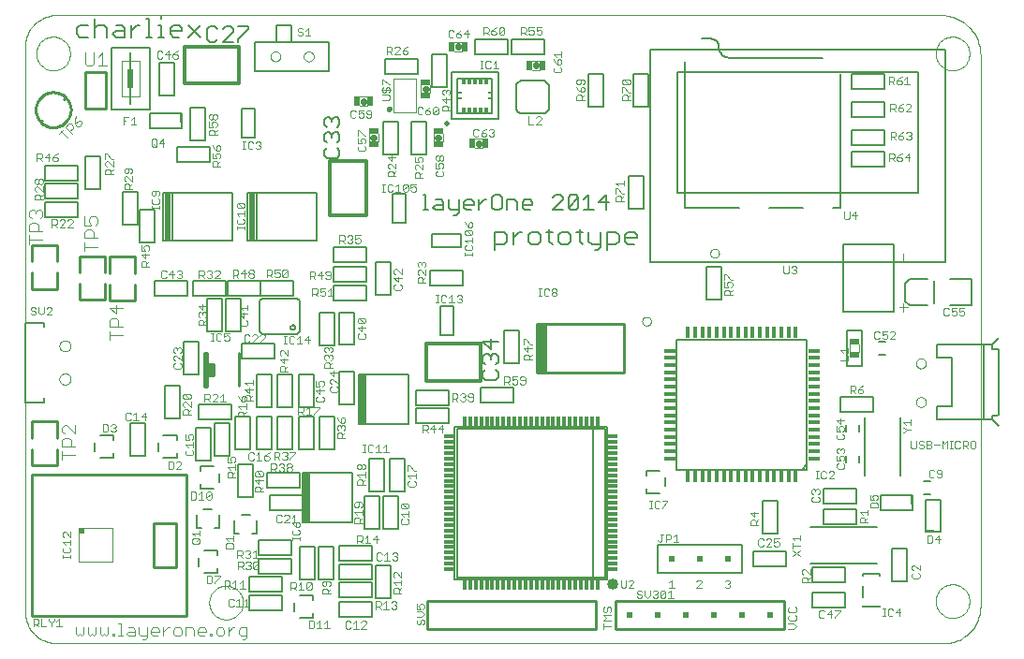
<source format=gto>
G75*
%MOIN*%
%OFA0B0*%
%FSLAX24Y24*%
%IPPOS*%
%LPD*%
%AMOC8*
5,1,8,0,0,1.08239X$1,22.5*
%
%ADD10C,0.0000*%
%ADD11C,0.0050*%
%ADD12C,0.0040*%
%ADD13C,0.0060*%
%ADD14C,0.0080*%
%ADD15R,0.0394X0.0138*%
%ADD16R,0.0138X0.0394*%
%ADD17C,0.0030*%
%ADD18C,0.0020*%
%ADD19C,0.0100*%
%ADD20C,0.0120*%
%ADD21C,0.0400*%
%ADD22R,0.0374X0.0118*%
%ADD23R,0.0374X0.0118*%
%ADD24R,0.0118X0.0374*%
%ADD25R,0.0118X0.0374*%
%ADD26R,0.0240X0.0240*%
%ADD27R,0.0374X0.0197*%
%ADD28C,0.0028*%
%ADD29R,0.0236X0.0709*%
%ADD30R,0.0236X0.0433*%
%ADD31R,0.0200X0.0200*%
%ADD32C,0.0197*%
%ADD33R,0.0118X0.0197*%
%ADD34R,0.0138X0.0091*%
%ADD35C,0.0220*%
%ADD36R,0.0197X0.0374*%
%ADD37C,0.0039*%
%ADD38R,0.0197X0.0197*%
D10*
X001624Y000205D02*
X033178Y000205D01*
X033249Y000207D01*
X033320Y000213D01*
X033391Y000222D01*
X033460Y000236D01*
X033530Y000253D01*
X033598Y000274D01*
X033664Y000298D01*
X033730Y000326D01*
X033793Y000358D01*
X033855Y000393D01*
X033915Y000431D01*
X033973Y000473D01*
X034029Y000518D01*
X034082Y000565D01*
X034132Y000615D01*
X034179Y000668D01*
X034224Y000724D01*
X034266Y000782D01*
X034304Y000842D01*
X034339Y000904D01*
X034371Y000967D01*
X034399Y001033D01*
X034423Y001099D01*
X034444Y001167D01*
X034461Y001237D01*
X034475Y001306D01*
X034484Y001377D01*
X034490Y001448D01*
X034492Y001519D01*
X034492Y021156D01*
X032900Y021205D02*
X032902Y021254D01*
X032908Y021302D01*
X032918Y021350D01*
X032932Y021397D01*
X032949Y021443D01*
X032970Y021487D01*
X032995Y021529D01*
X033023Y021569D01*
X033055Y021607D01*
X033089Y021642D01*
X033126Y021674D01*
X033165Y021703D01*
X033207Y021729D01*
X033251Y021751D01*
X033296Y021769D01*
X033343Y021784D01*
X033390Y021795D01*
X033439Y021802D01*
X033488Y021805D01*
X033537Y021804D01*
X033585Y021799D01*
X033634Y021790D01*
X033681Y021777D01*
X033727Y021760D01*
X033771Y021740D01*
X033814Y021716D01*
X033855Y021689D01*
X033893Y021658D01*
X033929Y021625D01*
X033961Y021589D01*
X033991Y021550D01*
X034018Y021509D01*
X034041Y021465D01*
X034060Y021420D01*
X034076Y021374D01*
X034088Y021327D01*
X034096Y021278D01*
X034100Y021229D01*
X034100Y021181D01*
X034096Y021132D01*
X034088Y021083D01*
X034076Y021036D01*
X034060Y020990D01*
X034041Y020945D01*
X034018Y020901D01*
X033991Y020860D01*
X033961Y020821D01*
X033929Y020785D01*
X033893Y020752D01*
X033855Y020721D01*
X033814Y020694D01*
X033771Y020670D01*
X033727Y020650D01*
X033681Y020633D01*
X033634Y020620D01*
X033585Y020611D01*
X033537Y020606D01*
X033488Y020605D01*
X033439Y020608D01*
X033390Y020615D01*
X033343Y020626D01*
X033296Y020641D01*
X033251Y020659D01*
X033207Y020681D01*
X033165Y020707D01*
X033126Y020736D01*
X033089Y020768D01*
X033055Y020803D01*
X033023Y020841D01*
X032995Y020881D01*
X032970Y020923D01*
X032949Y020967D01*
X032932Y021013D01*
X032918Y021060D01*
X032908Y021108D01*
X032902Y021156D01*
X032900Y021205D01*
X033073Y022575D02*
X033147Y022573D01*
X033221Y022567D01*
X033295Y022558D01*
X033368Y022544D01*
X033440Y022527D01*
X033511Y022506D01*
X033582Y022481D01*
X033650Y022452D01*
X033717Y022420D01*
X033783Y022385D01*
X033846Y022346D01*
X033907Y022304D01*
X033966Y022259D01*
X034022Y022211D01*
X034076Y022159D01*
X034128Y022105D01*
X034176Y022049D01*
X034221Y021990D01*
X034263Y021929D01*
X034302Y021866D01*
X034337Y021800D01*
X034369Y021733D01*
X034398Y021665D01*
X034423Y021594D01*
X034444Y021523D01*
X034461Y021451D01*
X034475Y021378D01*
X034484Y021304D01*
X034490Y021230D01*
X034492Y021156D01*
X033073Y022575D02*
X001617Y022575D01*
X001552Y022573D01*
X001487Y022567D01*
X001423Y022558D01*
X001359Y022545D01*
X001297Y022528D01*
X001235Y022508D01*
X001175Y022484D01*
X001116Y022456D01*
X001059Y022425D01*
X001003Y022391D01*
X000950Y022354D01*
X000899Y022314D01*
X000850Y022270D01*
X000805Y022225D01*
X000761Y022176D01*
X000721Y022125D01*
X000684Y022072D01*
X000650Y022017D01*
X000619Y021959D01*
X000591Y021900D01*
X000567Y021840D01*
X000547Y021778D01*
X000530Y021716D01*
X000517Y021652D01*
X000508Y021588D01*
X000502Y021523D01*
X000500Y021458D01*
X000500Y001329D01*
X000502Y001264D01*
X000508Y001199D01*
X000517Y001134D01*
X000530Y001070D01*
X000547Y001007D01*
X000568Y000945D01*
X000592Y000884D01*
X000620Y000825D01*
X000651Y000767D01*
X000685Y000711D01*
X000722Y000658D01*
X000763Y000607D01*
X000806Y000558D01*
X000853Y000511D01*
X000902Y000468D01*
X000953Y000427D01*
X001006Y000390D01*
X001062Y000356D01*
X001120Y000325D01*
X001179Y000297D01*
X001240Y000273D01*
X001302Y000252D01*
X001365Y000235D01*
X001429Y000222D01*
X001494Y000213D01*
X001559Y000207D01*
X001624Y000205D01*
X007050Y001655D02*
X007052Y001704D01*
X007058Y001752D01*
X007068Y001800D01*
X007082Y001847D01*
X007099Y001893D01*
X007120Y001937D01*
X007145Y001979D01*
X007173Y002019D01*
X007205Y002057D01*
X007239Y002092D01*
X007276Y002124D01*
X007315Y002153D01*
X007357Y002179D01*
X007401Y002201D01*
X007446Y002219D01*
X007493Y002234D01*
X007540Y002245D01*
X007589Y002252D01*
X007638Y002255D01*
X007687Y002254D01*
X007735Y002249D01*
X007784Y002240D01*
X007831Y002227D01*
X007877Y002210D01*
X007921Y002190D01*
X007964Y002166D01*
X008005Y002139D01*
X008043Y002108D01*
X008079Y002075D01*
X008111Y002039D01*
X008141Y002000D01*
X008168Y001959D01*
X008191Y001915D01*
X008210Y001870D01*
X008226Y001824D01*
X008238Y001777D01*
X008246Y001728D01*
X008250Y001679D01*
X008250Y001631D01*
X008246Y001582D01*
X008238Y001533D01*
X008226Y001486D01*
X008210Y001440D01*
X008191Y001395D01*
X008168Y001351D01*
X008141Y001310D01*
X008111Y001271D01*
X008079Y001235D01*
X008043Y001202D01*
X008005Y001171D01*
X007964Y001144D01*
X007921Y001120D01*
X007877Y001100D01*
X007831Y001083D01*
X007784Y001070D01*
X007735Y001061D01*
X007687Y001056D01*
X007638Y001055D01*
X007589Y001058D01*
X007540Y001065D01*
X007493Y001076D01*
X007446Y001091D01*
X007401Y001109D01*
X007357Y001131D01*
X007315Y001157D01*
X007276Y001186D01*
X007239Y001218D01*
X007205Y001253D01*
X007173Y001291D01*
X007145Y001331D01*
X007120Y001373D01*
X007099Y001417D01*
X007082Y001463D01*
X007068Y001510D01*
X007058Y001558D01*
X007052Y001606D01*
X007050Y001655D01*
X001720Y009614D02*
X001722Y009641D01*
X001728Y009668D01*
X001737Y009694D01*
X001750Y009718D01*
X001766Y009741D01*
X001785Y009760D01*
X001807Y009777D01*
X001831Y009791D01*
X001856Y009801D01*
X001883Y009808D01*
X001910Y009811D01*
X001938Y009810D01*
X001965Y009805D01*
X001991Y009797D01*
X002015Y009785D01*
X002038Y009769D01*
X002059Y009751D01*
X002076Y009730D01*
X002091Y009706D01*
X002102Y009681D01*
X002110Y009655D01*
X002114Y009628D01*
X002114Y009600D01*
X002110Y009573D01*
X002102Y009547D01*
X002091Y009522D01*
X002076Y009498D01*
X002059Y009477D01*
X002038Y009459D01*
X002016Y009443D01*
X001991Y009431D01*
X001965Y009423D01*
X001938Y009418D01*
X001910Y009417D01*
X001883Y009420D01*
X001856Y009427D01*
X001831Y009437D01*
X001807Y009451D01*
X001785Y009468D01*
X001766Y009487D01*
X001750Y009510D01*
X001737Y009534D01*
X001728Y009560D01*
X001722Y009587D01*
X001720Y009614D01*
X001720Y010796D02*
X001722Y010823D01*
X001728Y010850D01*
X001737Y010876D01*
X001750Y010900D01*
X001766Y010923D01*
X001785Y010942D01*
X001807Y010959D01*
X001831Y010973D01*
X001856Y010983D01*
X001883Y010990D01*
X001910Y010993D01*
X001938Y010992D01*
X001965Y010987D01*
X001991Y010979D01*
X002015Y010967D01*
X002038Y010951D01*
X002059Y010933D01*
X002076Y010912D01*
X002091Y010888D01*
X002102Y010863D01*
X002110Y010837D01*
X002114Y010810D01*
X002114Y010782D01*
X002110Y010755D01*
X002102Y010729D01*
X002091Y010704D01*
X002076Y010680D01*
X002059Y010659D01*
X002038Y010641D01*
X002016Y010625D01*
X001991Y010613D01*
X001965Y010605D01*
X001938Y010600D01*
X001910Y010599D01*
X001883Y010602D01*
X001856Y010609D01*
X001831Y010619D01*
X001807Y010633D01*
X001785Y010650D01*
X001766Y010669D01*
X001750Y010692D01*
X001737Y010716D01*
X001728Y010742D01*
X001722Y010769D01*
X001720Y010796D01*
X000900Y021205D02*
X000902Y021254D01*
X000908Y021302D01*
X000918Y021350D01*
X000932Y021397D01*
X000949Y021443D01*
X000970Y021487D01*
X000995Y021529D01*
X001023Y021569D01*
X001055Y021607D01*
X001089Y021642D01*
X001126Y021674D01*
X001165Y021703D01*
X001207Y021729D01*
X001251Y021751D01*
X001296Y021769D01*
X001343Y021784D01*
X001390Y021795D01*
X001439Y021802D01*
X001488Y021805D01*
X001537Y021804D01*
X001585Y021799D01*
X001634Y021790D01*
X001681Y021777D01*
X001727Y021760D01*
X001771Y021740D01*
X001814Y021716D01*
X001855Y021689D01*
X001893Y021658D01*
X001929Y021625D01*
X001961Y021589D01*
X001991Y021550D01*
X002018Y021509D01*
X002041Y021465D01*
X002060Y021420D01*
X002076Y021374D01*
X002088Y021327D01*
X002096Y021278D01*
X002100Y021229D01*
X002100Y021181D01*
X002096Y021132D01*
X002088Y021083D01*
X002076Y021036D01*
X002060Y020990D01*
X002041Y020945D01*
X002018Y020901D01*
X001991Y020860D01*
X001961Y020821D01*
X001929Y020785D01*
X001893Y020752D01*
X001855Y020721D01*
X001814Y020694D01*
X001771Y020670D01*
X001727Y020650D01*
X001681Y020633D01*
X001634Y020620D01*
X001585Y020611D01*
X001537Y020606D01*
X001488Y020605D01*
X001439Y020608D01*
X001390Y020615D01*
X001343Y020626D01*
X001296Y020641D01*
X001251Y020659D01*
X001207Y020681D01*
X001165Y020707D01*
X001126Y020736D01*
X001089Y020768D01*
X001055Y020803D01*
X001023Y020841D01*
X000995Y020881D01*
X000970Y020923D01*
X000949Y020967D01*
X000932Y021013D01*
X000918Y021060D01*
X000908Y021108D01*
X000902Y021156D01*
X000900Y021205D01*
X009232Y021105D02*
X009234Y021131D01*
X009240Y021157D01*
X009250Y021182D01*
X009263Y021205D01*
X009279Y021225D01*
X009299Y021243D01*
X009321Y021258D01*
X009344Y021270D01*
X009370Y021278D01*
X009396Y021282D01*
X009422Y021282D01*
X009448Y021278D01*
X009474Y021270D01*
X009498Y021258D01*
X009519Y021243D01*
X009539Y021225D01*
X009555Y021205D01*
X009568Y021182D01*
X009578Y021157D01*
X009584Y021131D01*
X009586Y021105D01*
X009584Y021079D01*
X009578Y021053D01*
X009568Y021028D01*
X009555Y021005D01*
X009539Y020985D01*
X009519Y020967D01*
X009497Y020952D01*
X009474Y020940D01*
X009448Y020932D01*
X009422Y020928D01*
X009396Y020928D01*
X009370Y020932D01*
X009344Y020940D01*
X009320Y020952D01*
X009299Y020967D01*
X009279Y020985D01*
X009263Y021005D01*
X009250Y021028D01*
X009240Y021053D01*
X009234Y021079D01*
X009232Y021105D01*
X010414Y021105D02*
X010416Y021131D01*
X010422Y021157D01*
X010432Y021182D01*
X010445Y021205D01*
X010461Y021225D01*
X010481Y021243D01*
X010503Y021258D01*
X010526Y021270D01*
X010552Y021278D01*
X010578Y021282D01*
X010604Y021282D01*
X010630Y021278D01*
X010656Y021270D01*
X010680Y021258D01*
X010701Y021243D01*
X010721Y021225D01*
X010737Y021205D01*
X010750Y021182D01*
X010760Y021157D01*
X010766Y021131D01*
X010768Y021105D01*
X010766Y021079D01*
X010760Y021053D01*
X010750Y021028D01*
X010737Y021005D01*
X010721Y020985D01*
X010701Y020967D01*
X010679Y020952D01*
X010656Y020940D01*
X010630Y020932D01*
X010604Y020928D01*
X010578Y020928D01*
X010552Y020932D01*
X010526Y020940D01*
X010502Y020952D01*
X010481Y020967D01*
X010461Y020985D01*
X010445Y021005D01*
X010432Y021028D01*
X010422Y021053D01*
X010416Y021079D01*
X010414Y021105D01*
X024877Y014091D02*
X024879Y014116D01*
X024885Y014140D01*
X024894Y014162D01*
X024907Y014183D01*
X024923Y014202D01*
X024942Y014218D01*
X024963Y014231D01*
X024985Y014240D01*
X025009Y014246D01*
X025034Y014248D01*
X025059Y014246D01*
X025083Y014240D01*
X025105Y014231D01*
X025126Y014218D01*
X025145Y014202D01*
X025161Y014183D01*
X025174Y014162D01*
X025183Y014140D01*
X025189Y014116D01*
X025191Y014091D01*
X025189Y014066D01*
X025183Y014042D01*
X025174Y014020D01*
X025161Y013999D01*
X025145Y013980D01*
X025126Y013964D01*
X025105Y013951D01*
X025083Y013942D01*
X025059Y013936D01*
X025034Y013934D01*
X025009Y013936D01*
X024985Y013942D01*
X024963Y013951D01*
X024942Y013964D01*
X024923Y013980D01*
X024907Y013999D01*
X024894Y014020D01*
X024885Y014042D01*
X024879Y014066D01*
X024877Y014091D01*
X022457Y011671D02*
X022459Y011696D01*
X022465Y011720D01*
X022474Y011742D01*
X022487Y011763D01*
X022503Y011782D01*
X022522Y011798D01*
X022543Y011811D01*
X022565Y011820D01*
X022589Y011826D01*
X022614Y011828D01*
X022639Y011826D01*
X022663Y011820D01*
X022685Y011811D01*
X022706Y011798D01*
X022725Y011782D01*
X022741Y011763D01*
X022754Y011742D01*
X022763Y011720D01*
X022769Y011696D01*
X022771Y011671D01*
X022769Y011646D01*
X022763Y011622D01*
X022754Y011600D01*
X022741Y011579D01*
X022725Y011560D01*
X022706Y011544D01*
X022685Y011531D01*
X022663Y011522D01*
X022639Y011516D01*
X022614Y011514D01*
X022589Y011516D01*
X022565Y011522D01*
X022543Y011531D01*
X022522Y011544D01*
X022503Y011560D01*
X022487Y011579D01*
X022474Y011600D01*
X022465Y011622D01*
X022459Y011646D01*
X022457Y011671D01*
X032193Y010172D02*
X032195Y010198D01*
X032201Y010224D01*
X032211Y010249D01*
X032224Y010272D01*
X032240Y010292D01*
X032260Y010310D01*
X032282Y010325D01*
X032305Y010337D01*
X032331Y010345D01*
X032357Y010349D01*
X032383Y010349D01*
X032409Y010345D01*
X032435Y010337D01*
X032459Y010325D01*
X032480Y010310D01*
X032500Y010292D01*
X032516Y010272D01*
X032529Y010249D01*
X032539Y010224D01*
X032545Y010198D01*
X032547Y010172D01*
X032545Y010146D01*
X032539Y010120D01*
X032529Y010095D01*
X032516Y010072D01*
X032500Y010052D01*
X032480Y010034D01*
X032458Y010019D01*
X032435Y010007D01*
X032409Y009999D01*
X032383Y009995D01*
X032357Y009995D01*
X032331Y009999D01*
X032305Y010007D01*
X032281Y010019D01*
X032260Y010034D01*
X032240Y010052D01*
X032224Y010072D01*
X032211Y010095D01*
X032201Y010120D01*
X032195Y010146D01*
X032193Y010172D01*
X032193Y008794D02*
X032195Y008820D01*
X032201Y008846D01*
X032211Y008871D01*
X032224Y008894D01*
X032240Y008914D01*
X032260Y008932D01*
X032282Y008947D01*
X032305Y008959D01*
X032331Y008967D01*
X032357Y008971D01*
X032383Y008971D01*
X032409Y008967D01*
X032435Y008959D01*
X032459Y008947D01*
X032480Y008932D01*
X032500Y008914D01*
X032516Y008894D01*
X032529Y008871D01*
X032539Y008846D01*
X032545Y008820D01*
X032547Y008794D01*
X032545Y008768D01*
X032539Y008742D01*
X032529Y008717D01*
X032516Y008694D01*
X032500Y008674D01*
X032480Y008656D01*
X032458Y008641D01*
X032435Y008629D01*
X032409Y008621D01*
X032383Y008617D01*
X032357Y008617D01*
X032331Y008621D01*
X032305Y008629D01*
X032281Y008641D01*
X032260Y008656D01*
X032240Y008674D01*
X032224Y008694D01*
X032211Y008717D01*
X032201Y008742D01*
X032195Y008768D01*
X032193Y008794D01*
X032900Y001705D02*
X032902Y001754D01*
X032908Y001802D01*
X032918Y001850D01*
X032932Y001897D01*
X032949Y001943D01*
X032970Y001987D01*
X032995Y002029D01*
X033023Y002069D01*
X033055Y002107D01*
X033089Y002142D01*
X033126Y002174D01*
X033165Y002203D01*
X033207Y002229D01*
X033251Y002251D01*
X033296Y002269D01*
X033343Y002284D01*
X033390Y002295D01*
X033439Y002302D01*
X033488Y002305D01*
X033537Y002304D01*
X033585Y002299D01*
X033634Y002290D01*
X033681Y002277D01*
X033727Y002260D01*
X033771Y002240D01*
X033814Y002216D01*
X033855Y002189D01*
X033893Y002158D01*
X033929Y002125D01*
X033961Y002089D01*
X033991Y002050D01*
X034018Y002009D01*
X034041Y001965D01*
X034060Y001920D01*
X034076Y001874D01*
X034088Y001827D01*
X034096Y001778D01*
X034100Y001729D01*
X034100Y001681D01*
X034096Y001632D01*
X034088Y001583D01*
X034076Y001536D01*
X034060Y001490D01*
X034041Y001445D01*
X034018Y001401D01*
X033991Y001360D01*
X033961Y001321D01*
X033929Y001285D01*
X033893Y001252D01*
X033855Y001221D01*
X033814Y001194D01*
X033771Y001170D01*
X033727Y001150D01*
X033681Y001133D01*
X033634Y001120D01*
X033585Y001111D01*
X033537Y001106D01*
X033488Y001105D01*
X033439Y001108D01*
X033390Y001115D01*
X033343Y001126D01*
X033296Y001141D01*
X033251Y001159D01*
X033207Y001181D01*
X033165Y001207D01*
X033126Y001236D01*
X033089Y001268D01*
X033055Y001303D01*
X033023Y001341D01*
X032995Y001381D01*
X032970Y001423D01*
X032949Y001467D01*
X032932Y001513D01*
X032918Y001560D01*
X032908Y001608D01*
X032902Y001656D01*
X032900Y001705D01*
D11*
X030921Y001548D02*
X030921Y001508D01*
X030291Y001508D01*
X030291Y001548D01*
X030291Y001862D02*
X030291Y002256D01*
X030291Y002611D02*
X030291Y002689D01*
X030921Y002689D01*
X030921Y002611D01*
X030795Y003055D02*
X028433Y003055D01*
X028433Y004355D02*
X030795Y004355D01*
X030370Y006181D02*
X030370Y008229D01*
X031630Y008229D02*
X031630Y006181D01*
X032928Y008166D02*
X032928Y008639D01*
X033479Y008639D01*
X033479Y010371D01*
X032928Y010371D01*
X032928Y010844D01*
X034621Y010844D01*
X034621Y008166D01*
X032928Y008166D01*
X034621Y008166D02*
X034896Y008166D01*
X034896Y008324D01*
X035054Y008324D01*
X035054Y008323D02*
X035071Y008324D01*
X035088Y008327D01*
X035104Y008334D01*
X035119Y008344D01*
X035131Y008356D01*
X035141Y008370D01*
X035149Y008385D01*
X035153Y008402D01*
X035152Y008403D02*
X035152Y010588D01*
X035153Y010588D02*
X035152Y010605D01*
X035149Y010622D01*
X035142Y010638D01*
X035132Y010653D01*
X035120Y010665D01*
X035106Y010675D01*
X035091Y010683D01*
X035074Y010687D01*
X035074Y010686D02*
X034896Y010686D01*
X034896Y010844D01*
X034621Y010844D01*
X032850Y012305D02*
X032850Y013105D01*
X033256Y013776D02*
X022744Y013776D01*
X022743Y021359D01*
X033256Y021359D01*
X033256Y013776D01*
X031400Y014405D02*
X029600Y014405D01*
X029600Y012005D01*
X031400Y012005D01*
X031400Y014405D01*
X032280Y016255D02*
X023720Y016255D01*
X023720Y020532D01*
X032280Y020532D01*
X032280Y016255D01*
X030276Y011335D02*
X029724Y011335D01*
X029724Y010075D01*
X030276Y010075D01*
X030276Y011335D01*
X023079Y006349D02*
X022606Y006349D01*
X022606Y006191D01*
X023276Y006112D02*
X023276Y005798D01*
X023079Y005561D02*
X022606Y005561D01*
X022606Y005719D01*
X023000Y003705D02*
X023000Y002705D01*
X026000Y002705D01*
X026000Y003705D01*
X023000Y003705D01*
X021142Y002559D02*
X015858Y002559D01*
X015858Y007847D01*
X021142Y007847D01*
X021142Y002559D01*
X020700Y002605D02*
X020700Y007805D01*
X017337Y009668D02*
X017245Y009577D01*
X016878Y009577D01*
X016786Y009668D01*
X016786Y009852D01*
X016878Y009944D01*
X016878Y010129D02*
X016786Y010221D01*
X016786Y010404D01*
X016878Y010496D01*
X016970Y010496D01*
X017062Y010404D01*
X017153Y010496D01*
X017245Y010496D01*
X017337Y010404D01*
X017337Y010221D01*
X017245Y010129D01*
X017245Y009944D02*
X017337Y009852D01*
X017337Y009668D01*
X017062Y010313D02*
X017062Y010404D01*
X017062Y010682D02*
X017062Y011049D01*
X017337Y010957D02*
X016786Y010957D01*
X017062Y010682D01*
X015745Y011178D02*
X015273Y011178D01*
X015273Y012201D01*
X015745Y012201D01*
X015745Y011178D01*
X014154Y009792D02*
X014154Y008020D01*
X012618Y008020D01*
X012618Y009792D01*
X014154Y009792D01*
X012618Y009792D02*
X012500Y009792D01*
X012500Y008020D01*
X012382Y008020D01*
X012382Y009792D01*
X012500Y009792D01*
X012461Y009752D02*
X012461Y008059D01*
X012421Y008059D02*
X012421Y009752D01*
X012539Y009752D02*
X012539Y008059D01*
X012579Y008059D02*
X012579Y009752D01*
X012618Y008020D02*
X012500Y008020D01*
X012154Y006292D02*
X010618Y006292D01*
X010618Y004520D01*
X010500Y004520D01*
X010500Y006292D01*
X010618Y006292D01*
X010579Y006252D02*
X010579Y004559D01*
X010539Y004559D02*
X010539Y006252D01*
X010500Y006292D02*
X010382Y006292D01*
X010382Y004520D01*
X010500Y004520D01*
X010461Y004559D02*
X010461Y006252D01*
X010421Y006252D02*
X010421Y004559D01*
X010618Y004520D02*
X012154Y004520D01*
X012154Y006292D01*
X008744Y004584D02*
X008744Y004111D01*
X008586Y004111D01*
X008114Y004111D02*
X007956Y004111D01*
X007956Y004584D01*
X008193Y004781D02*
X008507Y004781D01*
X007394Y004784D02*
X007394Y004311D01*
X007236Y004311D01*
X006764Y004311D02*
X006606Y004311D01*
X006606Y004784D01*
X006843Y004981D02*
X007157Y004981D01*
X007200Y005711D02*
X006728Y005711D01*
X006728Y005869D01*
X006728Y006341D02*
X006728Y006499D01*
X007200Y006499D01*
X007397Y006262D02*
X007397Y005948D01*
X005894Y006811D02*
X005894Y006969D01*
X005894Y006811D02*
X005421Y006811D01*
X005224Y007048D02*
X005224Y007362D01*
X005421Y007599D02*
X005894Y007599D01*
X005894Y007441D01*
X003644Y007441D02*
X003644Y007599D01*
X003171Y007599D01*
X002974Y007362D02*
X002974Y007048D01*
X003171Y006811D02*
X003644Y006811D01*
X003644Y006969D01*
X001169Y008788D02*
X001169Y008945D01*
X001169Y008788D02*
X000500Y008788D01*
X000500Y011622D01*
X001169Y011622D01*
X001169Y011465D01*
X005421Y014559D02*
X005500Y014559D01*
X005500Y016252D01*
X005579Y016252D01*
X005579Y014559D01*
X005500Y014559D01*
X005579Y014559D02*
X005657Y014559D01*
X005657Y016252D01*
X005736Y016252D01*
X005736Y014559D01*
X005657Y014559D01*
X005736Y014559D02*
X007862Y014559D01*
X007862Y016252D01*
X005736Y016252D01*
X005657Y016252D02*
X005579Y016252D01*
X005500Y016252D02*
X005421Y016252D01*
X005421Y014559D01*
X008421Y014559D02*
X008421Y016252D01*
X008500Y016252D01*
X008500Y014559D01*
X008421Y014559D01*
X008500Y014559D02*
X008579Y014559D01*
X008579Y016252D01*
X008657Y016252D01*
X008657Y014559D01*
X008579Y014559D01*
X008657Y014559D02*
X008736Y014559D01*
X008736Y016252D01*
X010862Y016252D01*
X010862Y014559D01*
X008736Y014559D01*
X008736Y016252D02*
X008657Y016252D01*
X008579Y016252D02*
X008500Y016252D01*
X008677Y018209D02*
X008205Y018209D01*
X008205Y019232D01*
X008677Y019232D01*
X008677Y018209D01*
X011134Y018124D02*
X011225Y018032D01*
X011134Y018124D02*
X011134Y018307D01*
X011225Y018399D01*
X011317Y018399D01*
X011409Y018307D01*
X011500Y018399D01*
X011592Y018399D01*
X011684Y018307D01*
X011684Y018124D01*
X011592Y018032D01*
X011592Y017847D02*
X011684Y017755D01*
X011684Y017571D01*
X011592Y017480D01*
X011225Y017480D01*
X011134Y017571D01*
X011134Y017755D01*
X011225Y017847D01*
X011409Y018216D02*
X011409Y018307D01*
X011592Y018585D02*
X011684Y018676D01*
X011684Y018860D01*
X011592Y018952D01*
X011500Y018952D01*
X011409Y018860D01*
X011409Y018768D01*
X011409Y018860D02*
X011317Y018952D01*
X011225Y018952D01*
X011134Y018860D01*
X011134Y018676D01*
X011225Y018585D01*
X011319Y020593D02*
X008681Y020593D01*
X008681Y021617D01*
X009449Y021617D01*
X009449Y022207D01*
X009961Y022207D01*
X009961Y021617D01*
X009449Y021617D01*
X009961Y021617D02*
X011319Y021617D01*
X011319Y020593D01*
X008453Y022078D02*
X008086Y021712D01*
X008086Y021620D01*
X007901Y021620D02*
X007534Y021620D01*
X007901Y021987D01*
X007901Y022078D01*
X007809Y022170D01*
X007626Y022170D01*
X007534Y022078D01*
X007348Y022078D02*
X007257Y022170D01*
X007073Y022170D01*
X006981Y022078D01*
X006981Y021712D01*
X007073Y021620D01*
X007257Y021620D01*
X007348Y021712D01*
X008086Y022170D02*
X008453Y022170D01*
X008453Y022078D01*
X004924Y021408D02*
X004924Y019202D01*
X003576Y019202D01*
X003576Y021408D01*
X004924Y021408D01*
X004250Y021250D02*
X004250Y019399D01*
X013573Y016201D02*
X013573Y015178D01*
X014045Y015178D01*
X014045Y016201D01*
X013573Y016201D01*
X014658Y016177D02*
X014749Y016177D01*
X014749Y015636D01*
X014839Y015636D02*
X014658Y015636D01*
X015021Y015727D02*
X015111Y015817D01*
X015382Y015817D01*
X015382Y015907D02*
X015382Y015636D01*
X015111Y015636D01*
X015021Y015727D01*
X015111Y015997D02*
X015291Y015997D01*
X015382Y015907D01*
X015565Y015997D02*
X015565Y015727D01*
X015655Y015636D01*
X015925Y015636D01*
X015925Y015546D02*
X015835Y015456D01*
X015745Y015456D01*
X015925Y015546D02*
X015925Y015997D01*
X016108Y015907D02*
X016108Y015727D01*
X016199Y015636D01*
X016379Y015636D01*
X016469Y015817D02*
X016108Y015817D01*
X016108Y015907D02*
X016199Y015997D01*
X016379Y015997D01*
X016469Y015907D01*
X016469Y015817D01*
X016652Y015817D02*
X016833Y015997D01*
X016923Y015997D01*
X017105Y016087D02*
X017105Y015727D01*
X017196Y015636D01*
X017376Y015636D01*
X017466Y015727D01*
X017466Y016087D01*
X017376Y016177D01*
X017196Y016177D01*
X017105Y016087D01*
X017649Y015997D02*
X017920Y015997D01*
X018010Y015907D01*
X018010Y015636D01*
X018193Y015727D02*
X018193Y015907D01*
X018283Y015997D01*
X018463Y015997D01*
X018554Y015907D01*
X018554Y015817D01*
X018193Y015817D01*
X018193Y015727D02*
X018283Y015636D01*
X018463Y015636D01*
X017649Y015636D02*
X017649Y015997D01*
X016652Y015997D02*
X016652Y015636D01*
X015996Y014782D02*
X014973Y014782D01*
X014973Y014310D01*
X015996Y014310D01*
X015996Y014782D01*
X019280Y015636D02*
X019641Y015997D01*
X019641Y016087D01*
X019551Y016177D01*
X019371Y016177D01*
X019280Y016087D01*
X019824Y016087D02*
X019914Y016177D01*
X020095Y016177D01*
X020185Y016087D01*
X019824Y015727D01*
X019914Y015636D01*
X020095Y015636D01*
X020185Y015727D01*
X020185Y016087D01*
X020368Y015997D02*
X020548Y016177D01*
X020548Y015636D01*
X020368Y015636D02*
X020729Y015636D01*
X020912Y015907D02*
X021272Y015907D01*
X021182Y016177D02*
X021182Y015636D01*
X020912Y015907D02*
X021182Y016177D01*
X019824Y016087D02*
X019824Y015727D01*
X019641Y015636D02*
X019280Y015636D01*
X018891Y019064D02*
X018209Y019064D01*
X018179Y019066D01*
X018149Y019071D01*
X018120Y019080D01*
X018093Y019093D01*
X018067Y019108D01*
X018043Y019127D01*
X018022Y019148D01*
X018003Y019172D01*
X017988Y019198D01*
X017975Y019225D01*
X017966Y019254D01*
X017961Y019284D01*
X017959Y019314D01*
X017959Y019996D01*
X017961Y020026D01*
X017966Y020056D01*
X017975Y020085D01*
X017988Y020112D01*
X018003Y020138D01*
X018022Y020162D01*
X018043Y020183D01*
X018067Y020202D01*
X018093Y020217D01*
X018120Y020230D01*
X018149Y020239D01*
X018179Y020244D01*
X018209Y020246D01*
X018891Y020246D01*
X018921Y020244D01*
X018951Y020239D01*
X018980Y020230D01*
X019007Y020217D01*
X019033Y020202D01*
X019057Y020183D01*
X019078Y020162D01*
X019097Y020138D01*
X019112Y020112D01*
X019125Y020085D01*
X019134Y020056D01*
X019139Y020026D01*
X019141Y019996D01*
X019141Y019314D01*
X019139Y019284D01*
X019134Y019254D01*
X019125Y019225D01*
X019112Y019198D01*
X019097Y019172D01*
X019078Y019148D01*
X019057Y019127D01*
X019033Y019108D01*
X019007Y019093D01*
X018980Y019080D01*
X018951Y019071D01*
X018921Y019066D01*
X018891Y019064D01*
X010264Y012400D02*
X010185Y012479D01*
X008925Y012479D01*
X008846Y012400D01*
X008846Y011298D01*
X008925Y011219D01*
X010185Y011219D01*
X010264Y011298D01*
X010264Y012400D01*
X009949Y011455D02*
X009951Y011473D01*
X009957Y011489D01*
X009966Y011504D01*
X009979Y011517D01*
X009994Y011526D01*
X010010Y011532D01*
X010028Y011534D01*
X010046Y011532D01*
X010062Y011526D01*
X010077Y011517D01*
X010090Y011504D01*
X010099Y011489D01*
X010105Y011473D01*
X010107Y011455D01*
X010105Y011437D01*
X010099Y011421D01*
X010090Y011406D01*
X010077Y011393D01*
X010062Y011384D01*
X010046Y011378D01*
X010028Y011376D01*
X010010Y011378D01*
X009994Y011384D01*
X009979Y011393D01*
X009966Y011406D01*
X009957Y011421D01*
X009951Y011437D01*
X009949Y011455D01*
X007344Y003499D02*
X006871Y003499D01*
X006674Y003262D02*
X006674Y002948D01*
X006871Y002711D02*
X007344Y002711D01*
X007344Y002869D01*
X007344Y003341D02*
X007344Y003499D01*
X010074Y001662D02*
X010074Y001348D01*
X010271Y001111D02*
X010744Y001111D01*
X010744Y001269D01*
X010744Y001741D02*
X010744Y001899D01*
X010271Y001899D01*
D12*
X008387Y000763D02*
X008171Y000763D01*
X008099Y000691D01*
X008099Y000547D01*
X008171Y000475D01*
X008387Y000475D01*
X008387Y000403D02*
X008387Y000763D01*
X007952Y000763D02*
X007880Y000763D01*
X007736Y000619D01*
X007736Y000475D02*
X007736Y000763D01*
X007590Y000691D02*
X007517Y000763D01*
X007373Y000763D01*
X007301Y000691D01*
X007301Y000547D01*
X007373Y000475D01*
X007517Y000475D01*
X007590Y000547D01*
X007590Y000691D01*
X007156Y000547D02*
X007156Y000475D01*
X007083Y000475D01*
X007083Y000547D01*
X007156Y000547D01*
X006937Y000619D02*
X006937Y000691D01*
X006865Y000763D01*
X006721Y000763D01*
X006648Y000691D01*
X006648Y000547D01*
X006721Y000475D01*
X006865Y000475D01*
X006937Y000619D02*
X006648Y000619D01*
X006502Y000691D02*
X006502Y000475D01*
X006502Y000691D02*
X006430Y000763D01*
X006213Y000763D01*
X006213Y000475D01*
X006067Y000547D02*
X006067Y000691D01*
X005995Y000763D01*
X005851Y000763D01*
X005778Y000691D01*
X005778Y000547D01*
X005851Y000475D01*
X005995Y000475D01*
X006067Y000547D01*
X005632Y000763D02*
X005560Y000763D01*
X005416Y000619D01*
X005416Y000475D02*
X005416Y000763D01*
X005269Y000691D02*
X005269Y000619D01*
X004981Y000619D01*
X004981Y000547D02*
X004981Y000691D01*
X005053Y000763D01*
X005197Y000763D01*
X005269Y000691D01*
X005197Y000475D02*
X005053Y000475D01*
X004981Y000547D01*
X004834Y000475D02*
X004618Y000475D01*
X004546Y000547D01*
X004546Y000763D01*
X004399Y000691D02*
X004399Y000475D01*
X004183Y000475D01*
X004111Y000547D01*
X004183Y000619D01*
X004399Y000619D01*
X004399Y000691D02*
X004327Y000763D01*
X004183Y000763D01*
X003893Y000908D02*
X003893Y000475D01*
X003821Y000475D02*
X003965Y000475D01*
X003675Y000475D02*
X003603Y000475D01*
X003603Y000547D01*
X003675Y000547D01*
X003675Y000475D01*
X003457Y000547D02*
X003457Y000763D01*
X003457Y000547D02*
X003385Y000475D01*
X003313Y000547D01*
X003240Y000475D01*
X003168Y000547D01*
X003168Y000763D01*
X003022Y000763D02*
X003022Y000547D01*
X002950Y000475D01*
X002878Y000547D01*
X002805Y000475D01*
X002733Y000547D01*
X002733Y000763D01*
X002587Y000763D02*
X002587Y000547D01*
X002515Y000475D01*
X002443Y000547D01*
X002370Y000475D01*
X002298Y000547D01*
X002298Y000763D01*
X003821Y000908D02*
X003893Y000908D01*
X004834Y000763D02*
X004834Y000403D01*
X004762Y000330D01*
X004690Y000330D01*
X008243Y000330D02*
X008315Y000330D01*
X008387Y000403D01*
X003591Y003114D02*
X003591Y003301D01*
X003591Y003114D02*
X003404Y003114D01*
X003591Y003114D02*
X002409Y003114D01*
X002596Y003114D01*
X002409Y003114D02*
X002409Y003301D01*
X002409Y003114D02*
X002409Y004296D01*
X002409Y004118D01*
X002409Y004296D02*
X002587Y004296D01*
X002409Y004296D02*
X003591Y004296D01*
X003404Y004296D01*
X003591Y004296D02*
X003591Y004109D01*
X003591Y004296D02*
X003591Y003114D01*
X001819Y006744D02*
X001819Y007051D01*
X001819Y007204D02*
X001819Y007435D01*
X001896Y007511D01*
X002050Y007511D01*
X002126Y007435D01*
X002126Y007204D01*
X002280Y007204D02*
X001819Y007204D01*
X001819Y006897D02*
X002280Y006897D01*
X002280Y007665D02*
X001973Y007972D01*
X001896Y007972D01*
X001819Y007895D01*
X001819Y007742D01*
X001896Y007665D01*
X002280Y007665D02*
X002280Y007972D01*
X003500Y011011D02*
X003500Y011317D01*
X003500Y011164D02*
X003960Y011164D01*
X003960Y011471D02*
X003500Y011471D01*
X003500Y011701D01*
X003576Y011778D01*
X003730Y011778D01*
X003807Y011701D01*
X003807Y011471D01*
X003730Y011931D02*
X003730Y012238D01*
X003960Y012162D02*
X003500Y012162D01*
X003730Y011931D01*
X002623Y014171D02*
X002623Y014478D01*
X002623Y014325D02*
X003083Y014325D01*
X003083Y014632D02*
X002623Y014632D01*
X002623Y014862D01*
X002700Y014939D01*
X002853Y014939D01*
X002930Y014862D01*
X002930Y014632D01*
X002853Y015092D02*
X002623Y015092D01*
X002623Y015399D01*
X002777Y015322D02*
X002853Y015399D01*
X003007Y015399D01*
X003083Y015322D01*
X003083Y015169D01*
X003007Y015092D01*
X002853Y015092D02*
X002777Y015246D01*
X002777Y015322D01*
X001112Y015420D02*
X001035Y015343D01*
X001112Y015420D02*
X001112Y015573D01*
X001035Y015650D01*
X000958Y015650D01*
X000881Y015573D01*
X000881Y015497D01*
X000881Y015573D02*
X000805Y015650D01*
X000728Y015650D01*
X000651Y015573D01*
X000651Y015420D01*
X000728Y015343D01*
X000728Y015190D02*
X000651Y015113D01*
X000651Y014883D01*
X001112Y014883D01*
X000958Y014883D02*
X000958Y015113D01*
X000881Y015190D01*
X000728Y015190D01*
X000651Y014729D02*
X000651Y014422D01*
X000651Y014576D02*
X001112Y014576D01*
X002717Y020775D02*
X002870Y020775D01*
X002947Y020852D01*
X002947Y021235D01*
X003100Y021082D02*
X003254Y021235D01*
X003254Y020775D01*
X003407Y020775D02*
X003100Y020775D01*
X002717Y020775D02*
X002640Y020852D01*
X002640Y021235D01*
X012410Y019670D02*
X012690Y019670D01*
X012690Y019335D02*
X012410Y019335D01*
X012730Y018345D02*
X012730Y018065D01*
X013065Y018065D02*
X013065Y018345D01*
X015030Y018345D02*
X015030Y018065D01*
X015365Y018065D02*
X015365Y018345D01*
X016510Y018175D02*
X016790Y018175D01*
X016790Y017840D02*
X016510Y017840D01*
X014920Y019815D02*
X014920Y020095D01*
X014585Y020095D02*
X014585Y019815D01*
X015760Y021290D02*
X016040Y021290D01*
X016040Y021625D02*
X015760Y021625D01*
X018536Y020958D02*
X018816Y020958D01*
X018816Y020623D02*
X018536Y020623D01*
X031750Y014072D02*
X031750Y013765D01*
X031750Y012322D02*
X031750Y012015D01*
X031903Y012168D02*
X031596Y012168D01*
X030170Y010845D02*
X030170Y010565D01*
X029835Y010565D02*
X029835Y010845D01*
D13*
X030882Y010941D02*
X031118Y010941D01*
X031118Y010469D02*
X030882Y010469D01*
X030186Y007973D02*
X030186Y007737D01*
X029714Y007737D02*
X029714Y007973D01*
X029714Y006873D02*
X029714Y006637D01*
X030186Y006637D02*
X030186Y006873D01*
X030940Y005465D02*
X032060Y005465D01*
X032060Y004945D01*
X030940Y004945D01*
X030940Y005465D01*
X032482Y005519D02*
X032718Y005519D01*
X032540Y005315D02*
X032540Y004195D01*
X033060Y004195D01*
X033060Y005315D01*
X032540Y005315D01*
X032482Y005991D02*
X032718Y005991D01*
X021198Y014206D02*
X021198Y014847D01*
X021518Y014847D01*
X021625Y014740D01*
X021625Y014526D01*
X021518Y014419D01*
X021198Y014419D01*
X020980Y014419D02*
X020660Y014419D01*
X020553Y014526D01*
X020553Y014847D01*
X020337Y014847D02*
X020123Y014847D01*
X020230Y014953D02*
X020230Y014526D01*
X020337Y014419D01*
X020767Y014206D02*
X020873Y014206D01*
X020980Y014313D01*
X020980Y014847D01*
X021842Y014740D02*
X021842Y014526D01*
X021949Y014419D01*
X022163Y014419D01*
X022269Y014633D02*
X021842Y014633D01*
X021842Y014740D02*
X021949Y014847D01*
X022163Y014847D01*
X022269Y014740D01*
X022269Y014633D01*
X019906Y014526D02*
X019906Y014740D01*
X019799Y014847D01*
X019586Y014847D01*
X019479Y014740D01*
X019479Y014526D01*
X019586Y014419D01*
X019799Y014419D01*
X019906Y014526D01*
X019263Y014419D02*
X019156Y014526D01*
X019156Y014953D01*
X019049Y014847D02*
X019263Y014847D01*
X018832Y014740D02*
X018832Y014526D01*
X018725Y014419D01*
X018511Y014419D01*
X018405Y014526D01*
X018405Y014740D01*
X018511Y014847D01*
X018725Y014847D01*
X018832Y014740D01*
X018188Y014847D02*
X018081Y014847D01*
X017868Y014633D01*
X017868Y014419D02*
X017868Y014847D01*
X017650Y014740D02*
X017650Y014526D01*
X017543Y014419D01*
X017223Y014419D01*
X017223Y014206D02*
X017223Y014847D01*
X017543Y014847D01*
X017650Y014740D01*
X017339Y018866D02*
X015661Y018866D01*
X015661Y020544D01*
X017339Y020544D01*
X017339Y018866D01*
X017110Y019095D02*
X015890Y019095D01*
X015890Y020315D01*
X017110Y020315D01*
X017110Y019095D01*
X006730Y021795D02*
X006303Y022222D01*
X006085Y022115D02*
X006085Y022008D01*
X005658Y022008D01*
X005658Y021902D02*
X005658Y022115D01*
X005765Y022222D01*
X005978Y022222D01*
X006085Y022115D01*
X005978Y021795D02*
X005765Y021795D01*
X005658Y021902D01*
X005442Y021795D02*
X005229Y021795D01*
X005335Y021795D02*
X005335Y022222D01*
X005229Y022222D01*
X005335Y022435D02*
X005335Y022542D01*
X004906Y022435D02*
X004906Y021795D01*
X005012Y021795D02*
X004799Y021795D01*
X004582Y022222D02*
X004475Y022222D01*
X004262Y022008D01*
X004262Y021795D02*
X004262Y022222D01*
X004044Y022115D02*
X003937Y022222D01*
X003724Y022222D01*
X003724Y022008D02*
X004044Y022008D01*
X004044Y022115D02*
X004044Y021795D01*
X003724Y021795D01*
X003617Y021902D01*
X003724Y022008D01*
X003400Y022115D02*
X003400Y021795D01*
X003400Y022115D02*
X003293Y022222D01*
X003079Y022222D01*
X002973Y022115D01*
X002755Y022222D02*
X002435Y022222D01*
X002328Y022115D01*
X002328Y021902D01*
X002435Y021795D01*
X002755Y021795D01*
X002973Y021795D02*
X002973Y022435D01*
X004799Y022435D02*
X004906Y022435D01*
X006303Y021795D02*
X006730Y022222D01*
X006060Y019065D02*
X004940Y019065D01*
X004940Y018545D01*
X006060Y018545D01*
X006060Y019065D01*
D14*
X006051Y019081D02*
X006051Y018766D01*
X006051Y019081D02*
X005815Y019081D01*
X006380Y019285D02*
X006920Y019285D01*
X006920Y018125D01*
X006380Y018125D01*
X006380Y019285D01*
X005820Y019725D02*
X005280Y019725D01*
X005280Y020885D01*
X005820Y020885D01*
X005820Y019725D01*
X005185Y019081D02*
X004949Y019081D01*
X004949Y018766D01*
X005920Y017875D02*
X005920Y017335D01*
X007080Y017335D01*
X007080Y017875D01*
X005920Y017875D01*
X004520Y016285D02*
X003980Y016285D01*
X003980Y015125D01*
X004520Y015125D01*
X004520Y016285D01*
X004561Y015643D02*
X005101Y015643D01*
X005101Y014483D01*
X004561Y014483D01*
X004561Y015643D01*
X003170Y016375D02*
X002630Y016375D01*
X002630Y017535D01*
X003170Y017535D01*
X003170Y016375D01*
X002380Y016575D02*
X002380Y016035D01*
X001220Y016035D01*
X001220Y016575D01*
X002380Y016575D01*
X002380Y016685D02*
X002380Y017225D01*
X001220Y017225D01*
X001220Y016685D01*
X002380Y016685D01*
X002380Y015925D02*
X001220Y015925D01*
X001220Y015385D01*
X002380Y015385D01*
X002380Y015925D01*
X005120Y013125D02*
X005120Y012585D01*
X006280Y012585D01*
X006280Y013125D01*
X005120Y013125D01*
X006470Y013125D02*
X006470Y012585D01*
X007630Y012585D01*
X007630Y013125D01*
X006470Y013125D01*
X006980Y012485D02*
X007520Y012485D01*
X007520Y011325D01*
X006980Y011325D01*
X006980Y012485D01*
X007630Y012485D02*
X008170Y012485D01*
X008170Y011325D01*
X007630Y011325D01*
X007630Y012485D01*
X007720Y012585D02*
X007720Y013125D01*
X008880Y013125D01*
X008880Y012585D01*
X007720Y012585D01*
X008870Y012585D02*
X008870Y013125D01*
X010030Y013125D01*
X010030Y012585D01*
X008870Y012585D01*
X010980Y011985D02*
X011520Y011985D01*
X011520Y010825D01*
X010980Y010825D01*
X010980Y011985D01*
X011468Y012420D02*
X011468Y012960D01*
X012628Y012960D01*
X012628Y012420D01*
X011468Y012420D01*
X011683Y011989D02*
X012223Y011989D01*
X012223Y010829D01*
X011683Y010829D01*
X011683Y011989D01*
X012980Y012625D02*
X013520Y012625D01*
X013520Y013785D01*
X012980Y013785D01*
X012980Y012625D01*
X012630Y013085D02*
X012630Y013625D01*
X011470Y013625D01*
X011470Y013085D01*
X012630Y013085D01*
X012630Y013785D02*
X011470Y013785D01*
X011470Y014325D01*
X012630Y014325D01*
X012630Y013785D01*
X014920Y013475D02*
X014920Y012935D01*
X016080Y012935D01*
X016080Y013475D01*
X014920Y013475D01*
X017530Y011335D02*
X018070Y011335D01*
X018070Y010175D01*
X017530Y010175D01*
X017530Y011335D01*
X017880Y009325D02*
X016720Y009325D01*
X016720Y008785D01*
X017880Y008785D01*
X017880Y009325D01*
X015780Y007925D02*
X015780Y002485D01*
X021220Y002485D01*
X021220Y007925D01*
X015780Y007925D01*
X015580Y008035D02*
X014420Y008035D01*
X014420Y008575D01*
X015580Y008575D01*
X015580Y008035D01*
X015580Y008685D02*
X014420Y008685D01*
X014420Y009225D01*
X015580Y009225D01*
X015580Y008685D01*
X014020Y006785D02*
X013480Y006785D01*
X013480Y005625D01*
X014020Y005625D01*
X014020Y006785D01*
X013270Y006785D02*
X013270Y005625D01*
X012730Y005625D01*
X012730Y006785D01*
X013270Y006785D01*
X011520Y007125D02*
X010980Y007125D01*
X010980Y008285D01*
X011520Y008285D01*
X011520Y007125D01*
X010770Y007125D02*
X010230Y007125D01*
X010230Y008285D01*
X010770Y008285D01*
X010770Y007125D01*
X010020Y007125D02*
X009480Y007125D01*
X009480Y008285D01*
X010020Y008285D01*
X010020Y007125D01*
X009270Y007125D02*
X008730Y007125D01*
X008730Y008285D01*
X009270Y008285D01*
X009270Y007125D01*
X008520Y007125D02*
X007980Y007125D01*
X007980Y008285D01*
X008520Y008285D01*
X008520Y007125D01*
X007770Y006875D02*
X007230Y006875D01*
X007230Y008035D01*
X007770Y008035D01*
X007770Y006875D01*
X007120Y006725D02*
X006580Y006725D01*
X006580Y007885D01*
X007120Y007885D01*
X007120Y006725D01*
X008059Y006574D02*
X008599Y006574D01*
X008599Y005414D01*
X008059Y005414D01*
X008059Y006574D01*
X009120Y006275D02*
X009120Y005735D01*
X010280Y005735D01*
X010280Y006275D01*
X009120Y006275D01*
X009220Y005475D02*
X009220Y004935D01*
X010380Y004935D01*
X010380Y005475D01*
X009220Y005475D01*
X008820Y003875D02*
X008820Y003335D01*
X009980Y003335D01*
X009980Y003875D01*
X008820Y003875D01*
X008820Y003225D02*
X008820Y002685D01*
X009980Y002685D01*
X009980Y003225D01*
X008820Y003225D01*
X008470Y002575D02*
X009630Y002575D01*
X009630Y002035D01*
X008470Y002035D01*
X008470Y002575D01*
X008470Y001925D02*
X008470Y001385D01*
X009630Y001385D01*
X009630Y001925D01*
X008470Y001925D01*
X010280Y002475D02*
X010820Y002475D01*
X010820Y003635D01*
X010280Y003635D01*
X010280Y002475D01*
X010930Y002475D02*
X011470Y002475D01*
X011470Y003635D01*
X010930Y003635D01*
X010930Y002475D01*
X011670Y002485D02*
X011670Y003025D01*
X012830Y003025D01*
X012830Y002485D01*
X011670Y002485D01*
X011670Y002375D02*
X012830Y002375D01*
X012830Y001835D01*
X011670Y001835D01*
X011670Y002375D01*
X011670Y001675D02*
X011670Y001135D01*
X012830Y001135D01*
X012830Y001675D01*
X011670Y001675D01*
X012980Y001825D02*
X012980Y002985D01*
X013520Y002985D01*
X013520Y001825D01*
X012980Y001825D01*
X012830Y003135D02*
X011670Y003135D01*
X011670Y003675D01*
X012830Y003675D01*
X012830Y003135D01*
X012580Y004275D02*
X013120Y004275D01*
X013120Y005435D01*
X012580Y005435D01*
X012580Y004275D01*
X013230Y004275D02*
X013770Y004275D01*
X013770Y005435D01*
X013230Y005435D01*
X013230Y004275D01*
X007830Y008185D02*
X006670Y008185D01*
X006670Y008725D01*
X007830Y008725D01*
X007830Y008185D01*
X008730Y008625D02*
X009270Y008625D01*
X009270Y009785D01*
X008730Y009785D01*
X008730Y008625D01*
X009480Y008625D02*
X010020Y008625D01*
X010020Y009785D01*
X009480Y009785D01*
X009480Y008625D01*
X010230Y008625D02*
X010230Y009785D01*
X010770Y009785D01*
X010770Y008625D01*
X010230Y008625D01*
X011680Y008725D02*
X011680Y009885D01*
X012220Y009885D01*
X012220Y008725D01*
X011680Y008725D01*
X009380Y010335D02*
X009380Y010875D01*
X008220Y010875D01*
X008220Y010335D01*
X009380Y010335D01*
X006670Y009775D02*
X006130Y009775D01*
X006130Y010935D01*
X006670Y010935D01*
X006670Y009775D01*
X006020Y009385D02*
X006020Y008225D01*
X005480Y008225D01*
X005480Y009385D01*
X006020Y009385D01*
X004770Y008035D02*
X004230Y008035D01*
X004230Y006875D01*
X004770Y006875D01*
X004770Y008035D01*
X013230Y017625D02*
X013770Y017625D01*
X013770Y018785D01*
X013230Y018785D01*
X013230Y017625D01*
X014230Y017625D02*
X014770Y017625D01*
X014770Y018785D01*
X014230Y018785D01*
X014230Y017625D01*
X014980Y020025D02*
X014980Y021185D01*
X015520Y021185D01*
X015520Y020025D01*
X014980Y020025D01*
X014480Y020485D02*
X013320Y020485D01*
X013320Y021025D01*
X014480Y021025D01*
X014480Y020485D01*
X016520Y021185D02*
X016520Y021725D01*
X017680Y021725D01*
X017680Y021185D01*
X016520Y021185D01*
X017820Y021185D02*
X017820Y021725D01*
X018980Y021725D01*
X018980Y021185D01*
X017820Y021185D01*
X020530Y020485D02*
X021070Y020485D01*
X021070Y019325D01*
X020530Y019325D01*
X020530Y020485D01*
X022130Y020485D02*
X022130Y019325D01*
X022670Y019325D01*
X022670Y020485D01*
X022130Y020485D01*
X023988Y020902D02*
X023988Y015705D01*
X025917Y015705D01*
X026980Y015705D02*
X028161Y015705D01*
X029224Y015705D02*
X029500Y015705D01*
X029500Y020469D01*
X029920Y020475D02*
X029920Y019935D01*
X031080Y019935D01*
X031080Y020475D01*
X029920Y020475D01*
X028870Y021059D02*
X025563Y021059D01*
X025525Y021062D01*
X025487Y021068D01*
X025450Y021078D01*
X025414Y021092D01*
X025379Y021108D01*
X025347Y021128D01*
X025316Y021151D01*
X025287Y021177D01*
X025261Y021206D01*
X025238Y021237D01*
X025218Y021269D01*
X025202Y021304D01*
X025188Y021340D01*
X025178Y021377D01*
X025172Y021415D01*
X025169Y021453D01*
X025170Y021485D01*
X025166Y021516D01*
X025159Y021547D01*
X025148Y021577D01*
X025134Y021605D01*
X025116Y021631D01*
X025095Y021655D01*
X025071Y021676D01*
X025045Y021694D01*
X025017Y021708D01*
X024987Y021719D01*
X024956Y021726D01*
X024925Y021730D01*
X024893Y021729D01*
X024894Y021729D02*
X024579Y021729D01*
X029920Y019475D02*
X029920Y018935D01*
X031080Y018935D01*
X031080Y019475D01*
X029920Y019475D01*
X029920Y018475D02*
X029920Y017935D01*
X031080Y017935D01*
X031080Y018475D01*
X029920Y018475D01*
X029920Y017725D02*
X029920Y017185D01*
X031080Y017185D01*
X031080Y017725D01*
X029920Y017725D01*
X025277Y013599D02*
X024737Y013599D01*
X024737Y012439D01*
X025277Y012439D01*
X025277Y013599D01*
X022520Y015675D02*
X021980Y015675D01*
X021980Y016835D01*
X022520Y016835D01*
X022520Y015675D01*
X023678Y011027D02*
X023678Y006383D01*
X028322Y006383D01*
X028322Y011027D01*
X023678Y011027D01*
X029520Y008975D02*
X029520Y008435D01*
X030680Y008435D01*
X030680Y008975D01*
X029520Y008975D01*
X032928Y008639D02*
X032928Y008166D01*
X033558Y008166D01*
X033479Y008639D02*
X032928Y008639D01*
X033479Y008639D02*
X033479Y010371D01*
X032928Y010371D01*
X032928Y010844D01*
X033558Y010844D01*
X034621Y010844D02*
X034621Y008166D01*
X034896Y008166D02*
X035133Y007930D01*
X032839Y005306D02*
X032524Y005306D01*
X032524Y005070D01*
X032051Y005166D02*
X032051Y005481D01*
X031815Y005481D01*
X031185Y005481D02*
X030949Y005481D01*
X030949Y005166D01*
X030080Y005185D02*
X028920Y005185D01*
X028920Y005725D01*
X030080Y005725D01*
X030080Y005185D01*
X030080Y004975D02*
X030080Y004435D01*
X028920Y004435D01*
X028920Y004975D01*
X030080Y004975D01*
X031330Y003585D02*
X031870Y003585D01*
X031870Y002425D01*
X031330Y002425D01*
X031330Y003585D01*
X032524Y004204D02*
X032839Y004204D01*
X032524Y004204D02*
X032524Y004440D01*
X029680Y002925D02*
X029680Y002385D01*
X028520Y002385D01*
X028520Y002925D01*
X029680Y002925D01*
X029680Y002025D02*
X028520Y002025D01*
X028520Y001485D01*
X029680Y001485D01*
X029680Y002025D01*
X027580Y002935D02*
X026420Y002935D01*
X026420Y003475D01*
X027580Y003475D01*
X027580Y002935D01*
X027270Y004125D02*
X026730Y004125D01*
X026730Y005285D01*
X027270Y005285D01*
X027270Y004125D01*
X028126Y006383D02*
X028322Y006579D01*
X034896Y010844D02*
X035133Y011080D01*
X034181Y012233D02*
X033394Y012233D01*
X032606Y012233D02*
X031976Y012233D01*
X031819Y012390D01*
X031819Y013020D01*
X031976Y013177D01*
X032606Y013177D01*
X033394Y013177D02*
X034181Y013177D01*
X034181Y012233D01*
X011319Y020987D02*
X011319Y021223D01*
X011063Y021617D02*
X008937Y021617D01*
X008681Y021223D02*
X008681Y020987D01*
X010000Y020593D02*
X010591Y020593D01*
D15*
X023441Y010624D03*
X023441Y010368D03*
X023441Y010112D03*
X023441Y009857D03*
X023441Y009601D03*
X023441Y009345D03*
X023441Y009089D03*
X023441Y008833D03*
X023441Y008577D03*
X023441Y008321D03*
X023441Y008065D03*
X023441Y007809D03*
X023441Y007553D03*
X023441Y007298D03*
X023441Y007042D03*
X023441Y006786D03*
X028559Y006786D03*
X028559Y007042D03*
X028559Y007298D03*
X028559Y007553D03*
X028559Y007809D03*
X028559Y008065D03*
X028559Y008321D03*
X028559Y008577D03*
X028559Y008833D03*
X028559Y009089D03*
X028559Y009345D03*
X028559Y009601D03*
X028559Y009857D03*
X028559Y010112D03*
X028559Y010368D03*
X028559Y010624D03*
D16*
X027919Y011264D03*
X027663Y011264D03*
X027407Y011264D03*
X027152Y011264D03*
X026896Y011264D03*
X026640Y011264D03*
X026384Y011264D03*
X026128Y011264D03*
X025872Y011264D03*
X025616Y011264D03*
X025360Y011264D03*
X025104Y011264D03*
X024848Y011264D03*
X024593Y011264D03*
X024337Y011264D03*
X024081Y011264D03*
X024081Y006146D03*
X024337Y006146D03*
X024593Y006146D03*
X024848Y006146D03*
X025104Y006146D03*
X025360Y006146D03*
X025616Y006146D03*
X025872Y006146D03*
X026128Y006146D03*
X026384Y006146D03*
X026640Y006146D03*
X026896Y006146D03*
X027152Y006146D03*
X027407Y006146D03*
X027663Y006146D03*
X027919Y006146D03*
D17*
X000794Y001067D02*
X000794Y000797D01*
X000794Y000887D02*
X000929Y000887D01*
X000974Y000932D01*
X000974Y001022D01*
X000929Y001067D01*
X000794Y001067D01*
X000884Y000887D02*
X000974Y000797D01*
X001071Y000797D02*
X001071Y001067D01*
X001071Y000797D02*
X001251Y000797D01*
X001437Y000797D02*
X001437Y000932D01*
X001527Y001022D01*
X001527Y001067D01*
X001623Y000977D02*
X001713Y001067D01*
X001713Y000797D01*
X001623Y000797D02*
X001803Y000797D01*
X001437Y000932D02*
X001347Y001022D01*
X001347Y001067D01*
X001837Y003247D02*
X001837Y003338D01*
X001837Y003293D02*
X002108Y003293D01*
X002108Y003338D02*
X002108Y003247D01*
X002063Y003432D02*
X002108Y003477D01*
X002108Y003567D01*
X002063Y003612D01*
X002108Y003708D02*
X002108Y003888D01*
X002108Y003798D02*
X001837Y003798D01*
X001928Y003708D01*
X001882Y003612D02*
X001837Y003567D01*
X001837Y003477D01*
X001882Y003432D01*
X002063Y003432D01*
X002108Y003984D02*
X001928Y004164D01*
X001882Y004164D01*
X001837Y004119D01*
X001837Y004029D01*
X001882Y003984D01*
X002108Y003984D02*
X002108Y004164D01*
X005591Y006403D02*
X005726Y006403D01*
X005771Y006449D01*
X005771Y006629D01*
X005726Y006674D01*
X005591Y006674D01*
X005591Y006403D01*
X005867Y006403D02*
X006047Y006584D01*
X006047Y006629D01*
X006002Y006674D01*
X005912Y006674D01*
X005867Y006629D01*
X005867Y006403D02*
X006047Y006403D01*
X006394Y005597D02*
X006529Y005597D01*
X006574Y005552D01*
X006574Y005372D01*
X006529Y005327D01*
X006394Y005327D01*
X006394Y005597D01*
X006670Y005507D02*
X006760Y005597D01*
X006760Y005327D01*
X006670Y005327D02*
X006850Y005327D01*
X006946Y005372D02*
X007126Y005552D01*
X007126Y005372D01*
X007081Y005327D01*
X006991Y005327D01*
X006946Y005372D01*
X006946Y005552D01*
X006991Y005597D01*
X007081Y005597D01*
X007126Y005552D01*
X006705Y004210D02*
X006705Y004030D01*
X006705Y004120D02*
X006435Y004120D01*
X006525Y004030D01*
X006480Y003933D02*
X006660Y003933D01*
X006705Y003888D01*
X006705Y003798D01*
X006660Y003753D01*
X006480Y003753D01*
X006435Y003798D01*
X006435Y003888D01*
X006480Y003933D01*
X006615Y003843D02*
X006705Y003933D01*
X007635Y003952D02*
X007725Y003862D01*
X007680Y003766D02*
X007635Y003721D01*
X007635Y003586D01*
X007905Y003586D01*
X007905Y003721D01*
X007860Y003766D01*
X007680Y003766D01*
X007635Y003952D02*
X007905Y003952D01*
X007905Y003862D02*
X007905Y004042D01*
X007430Y002620D02*
X007430Y002575D01*
X007250Y002395D01*
X007250Y002350D01*
X007154Y002395D02*
X007154Y002575D01*
X007109Y002620D01*
X006974Y002620D01*
X006974Y002350D01*
X007109Y002350D01*
X007154Y002395D01*
X007250Y002620D02*
X007430Y002620D01*
X009993Y003887D02*
X009993Y003977D01*
X009993Y003932D02*
X010264Y003932D01*
X010264Y003887D02*
X010264Y003977D01*
X010219Y004072D02*
X010264Y004117D01*
X010264Y004207D01*
X010219Y004252D01*
X010219Y004348D02*
X010264Y004393D01*
X010264Y004483D01*
X010219Y004528D01*
X010173Y004528D01*
X010128Y004483D01*
X010128Y004348D01*
X010219Y004348D01*
X010128Y004348D02*
X010038Y004438D01*
X009993Y004528D01*
X010038Y004252D02*
X009993Y004207D01*
X009993Y004117D01*
X010038Y004072D01*
X010219Y004072D01*
X014424Y001606D02*
X014424Y001426D01*
X014560Y001426D01*
X014515Y001516D01*
X014515Y001561D01*
X014560Y001606D01*
X014650Y001606D01*
X014695Y001561D01*
X014695Y001471D01*
X014650Y001426D01*
X014605Y001330D02*
X014424Y001330D01*
X014424Y001150D02*
X014605Y001150D01*
X014695Y001240D01*
X014605Y001330D01*
X014605Y001054D02*
X014560Y001009D01*
X014560Y000919D01*
X014515Y000874D01*
X014469Y000874D01*
X014424Y000919D01*
X014424Y001009D01*
X014469Y001054D01*
X014605Y001054D02*
X014650Y001054D01*
X014695Y001009D01*
X014695Y000919D01*
X014650Y000874D01*
X011334Y000741D02*
X011154Y000741D01*
X011244Y000741D02*
X011244Y001012D01*
X011154Y000922D01*
X011057Y000741D02*
X010877Y000741D01*
X010967Y000741D02*
X010967Y001012D01*
X010877Y000922D01*
X010781Y000967D02*
X010736Y001012D01*
X010601Y001012D01*
X010601Y000741D01*
X010736Y000741D01*
X010781Y000786D01*
X010781Y000967D01*
X012519Y007015D02*
X012609Y007015D01*
X012564Y007015D02*
X012564Y007285D01*
X012519Y007285D02*
X012609Y007285D01*
X012703Y007240D02*
X012703Y007060D01*
X012748Y007015D01*
X012838Y007015D01*
X012883Y007060D01*
X012979Y007015D02*
X013160Y007015D01*
X013069Y007015D02*
X013069Y007285D01*
X012979Y007195D01*
X012883Y007240D02*
X012838Y007285D01*
X012748Y007285D01*
X012703Y007240D01*
X013256Y007195D02*
X013346Y007285D01*
X013346Y007015D01*
X013256Y007015D02*
X013436Y007015D01*
X010580Y010871D02*
X010580Y011141D01*
X010445Y011006D01*
X010625Y011006D01*
X010349Y010871D02*
X010168Y010871D01*
X010258Y010871D02*
X010258Y011141D01*
X010168Y011051D01*
X010072Y011096D02*
X010027Y011141D01*
X009937Y011141D01*
X009892Y011096D01*
X009892Y010916D01*
X009937Y010871D01*
X010027Y010871D01*
X010072Y010916D01*
X009798Y010871D02*
X009708Y010871D01*
X009753Y010871D02*
X009753Y011141D01*
X009708Y011141D02*
X009798Y011141D01*
X007759Y011118D02*
X007759Y011027D01*
X007714Y010982D01*
X007624Y010982D01*
X007579Y011027D01*
X007579Y011118D02*
X007669Y011163D01*
X007714Y011163D01*
X007759Y011118D01*
X007759Y011253D02*
X007579Y011253D01*
X007579Y011118D01*
X007483Y011208D02*
X007438Y011253D01*
X007348Y011253D01*
X007303Y011208D01*
X007303Y011027D01*
X007348Y010982D01*
X007438Y010982D01*
X007483Y011027D01*
X007209Y010982D02*
X007119Y010982D01*
X007164Y010982D02*
X007164Y011253D01*
X007119Y011253D02*
X007209Y011253D01*
X003727Y007957D02*
X003727Y007912D01*
X003682Y007867D01*
X003727Y007822D01*
X003727Y007777D01*
X003682Y007732D01*
X003592Y007732D01*
X003547Y007777D01*
X003451Y007777D02*
X003451Y007957D01*
X003406Y008002D01*
X003271Y008002D01*
X003271Y007732D01*
X003406Y007732D01*
X003451Y007777D01*
X003547Y007957D02*
X003592Y008002D01*
X003682Y008002D01*
X003727Y007957D01*
X003682Y007867D02*
X003637Y007867D01*
X001443Y011902D02*
X001263Y011902D01*
X001443Y012083D01*
X001443Y012128D01*
X001398Y012173D01*
X001308Y012173D01*
X001263Y012128D01*
X001167Y012173D02*
X001167Y011993D01*
X001076Y011902D01*
X000986Y011993D01*
X000986Y012173D01*
X000890Y012128D02*
X000845Y012173D01*
X000755Y012173D01*
X000710Y012128D01*
X000710Y012083D01*
X000755Y012038D01*
X000845Y012038D01*
X000890Y011993D01*
X000890Y011948D01*
X000845Y011902D01*
X000755Y011902D01*
X000710Y011948D01*
X005002Y015677D02*
X005002Y015767D01*
X005002Y015722D02*
X005273Y015722D01*
X005273Y015677D02*
X005273Y015767D01*
X005227Y015861D02*
X005273Y015906D01*
X005273Y015996D01*
X005227Y016041D01*
X005227Y016137D02*
X005273Y016182D01*
X005273Y016272D01*
X005227Y016317D01*
X005047Y016317D01*
X005002Y016272D01*
X005002Y016182D01*
X005047Y016137D01*
X005092Y016137D01*
X005137Y016182D01*
X005137Y016317D01*
X005047Y016041D02*
X005002Y015996D01*
X005002Y015906D01*
X005047Y015861D01*
X005227Y015861D01*
X008028Y015832D02*
X008028Y015741D01*
X008073Y015696D01*
X008253Y015696D01*
X008073Y015877D01*
X008253Y015877D01*
X008298Y015832D01*
X008298Y015741D01*
X008253Y015696D01*
X008298Y015600D02*
X008298Y015420D01*
X008298Y015510D02*
X008028Y015510D01*
X008118Y015420D01*
X008073Y015324D02*
X008028Y015279D01*
X008028Y015189D01*
X008073Y015144D01*
X008253Y015144D01*
X008298Y015189D01*
X008298Y015279D01*
X008253Y015324D01*
X008298Y015050D02*
X008298Y014960D01*
X008298Y015005D02*
X008028Y015005D01*
X008028Y014960D02*
X008028Y015050D01*
X008028Y015832D02*
X008073Y015877D01*
X008243Y017802D02*
X008333Y017802D01*
X008288Y017802D02*
X008288Y018073D01*
X008243Y018073D02*
X008333Y018073D01*
X008427Y018027D02*
X008427Y017847D01*
X008472Y017802D01*
X008562Y017802D01*
X008607Y017847D01*
X008703Y017847D02*
X008748Y017802D01*
X008838Y017802D01*
X008883Y017847D01*
X008883Y017892D01*
X008838Y017937D01*
X008793Y017937D01*
X008838Y017937D02*
X008883Y017982D01*
X008883Y018027D01*
X008838Y018073D01*
X008748Y018073D01*
X008703Y018027D01*
X008607Y018027D02*
X008562Y018073D01*
X008472Y018073D01*
X008427Y018027D01*
X005454Y018028D02*
X005274Y018028D01*
X005409Y018163D01*
X005409Y017893D01*
X005178Y017893D02*
X005087Y017983D01*
X005042Y017893D02*
X004997Y017938D01*
X004997Y018118D01*
X005042Y018163D01*
X005132Y018163D01*
X005178Y018118D01*
X005178Y017938D01*
X005132Y017893D01*
X005042Y017893D01*
X004450Y018670D02*
X004270Y018670D01*
X004360Y018670D02*
X004360Y018940D01*
X004270Y018850D01*
X004174Y018940D02*
X003994Y018940D01*
X003994Y018670D01*
X003994Y018805D02*
X004084Y018805D01*
X002507Y018776D02*
X002507Y018700D01*
X002431Y018625D01*
X002356Y018625D01*
X002280Y018700D01*
X002394Y018813D01*
X002469Y018813D01*
X002507Y018776D01*
X002280Y018851D02*
X002280Y018700D01*
X002203Y018623D02*
X002203Y018548D01*
X002090Y018435D01*
X002166Y018359D02*
X001939Y018586D01*
X002053Y018699D01*
X002128Y018699D01*
X002203Y018623D01*
X002280Y018851D02*
X002318Y018964D01*
X001862Y018509D02*
X001711Y018358D01*
X001787Y018433D02*
X002013Y018207D01*
X010200Y021886D02*
X010245Y021841D01*
X010335Y021841D01*
X010380Y021886D01*
X010380Y021931D01*
X010335Y021976D01*
X010245Y021976D01*
X010200Y022021D01*
X010200Y022066D01*
X010245Y022111D01*
X010335Y022111D01*
X010380Y022066D01*
X010476Y022021D02*
X010566Y022111D01*
X010566Y021841D01*
X010476Y021841D02*
X010656Y021841D01*
X013376Y021461D02*
X013376Y021191D01*
X013376Y021281D02*
X013511Y021281D01*
X013556Y021326D01*
X013556Y021416D01*
X013511Y021461D01*
X013376Y021461D01*
X013466Y021281D02*
X013556Y021191D01*
X013652Y021191D02*
X013832Y021371D01*
X013832Y021416D01*
X013787Y021461D01*
X013697Y021461D01*
X013652Y021416D01*
X013652Y021191D02*
X013832Y021191D01*
X013929Y021236D02*
X013929Y021326D01*
X014064Y021326D01*
X014109Y021281D01*
X014109Y021236D01*
X014064Y021191D01*
X013974Y021191D01*
X013929Y021236D01*
X013929Y021326D02*
X014019Y021416D01*
X014109Y021461D01*
X015565Y021815D02*
X015610Y021770D01*
X015700Y021770D01*
X015745Y021815D01*
X015841Y021815D02*
X015886Y021770D01*
X015976Y021770D01*
X016021Y021815D01*
X016021Y021860D01*
X015976Y021905D01*
X015841Y021905D01*
X015841Y021815D01*
X015841Y021905D02*
X015931Y021995D01*
X016021Y022040D01*
X016117Y021905D02*
X016253Y022040D01*
X016253Y021770D01*
X016298Y021905D02*
X016117Y021905D01*
X015745Y021995D02*
X015700Y022040D01*
X015610Y022040D01*
X015565Y021995D01*
X015565Y021815D01*
X016811Y021870D02*
X016811Y022140D01*
X016947Y022140D01*
X016992Y022095D01*
X016992Y022005D01*
X016947Y021960D01*
X016811Y021960D01*
X016902Y021960D02*
X016992Y021870D01*
X017088Y021915D02*
X017133Y021870D01*
X017223Y021870D01*
X017268Y021915D01*
X017268Y021960D01*
X017223Y022005D01*
X017088Y022005D01*
X017178Y022095D01*
X017268Y022140D01*
X017364Y022095D02*
X017409Y022140D01*
X017499Y022140D01*
X017544Y022095D01*
X017364Y021915D01*
X017409Y021870D01*
X017499Y021870D01*
X017544Y021915D01*
X017544Y022095D01*
X017364Y022095D02*
X017364Y021915D01*
X017088Y021915D02*
X017088Y022005D01*
X018144Y021960D02*
X018279Y021960D01*
X018324Y022005D01*
X018324Y022095D01*
X018279Y022140D01*
X018144Y022140D01*
X018144Y021870D01*
X018234Y021960D02*
X018324Y021870D01*
X018420Y021915D02*
X018465Y021870D01*
X018555Y021870D01*
X018600Y021915D01*
X018600Y022005D01*
X018555Y022050D01*
X018510Y022050D01*
X018420Y022005D01*
X018420Y022140D01*
X018600Y022140D01*
X018696Y022140D02*
X018696Y022005D01*
X018786Y022050D01*
X018831Y022050D01*
X018876Y022005D01*
X018876Y021915D01*
X018831Y021870D01*
X018741Y021870D01*
X018696Y021915D01*
X018696Y022140D02*
X018876Y022140D01*
X019306Y021183D02*
X019576Y021183D01*
X019576Y021093D02*
X019576Y021273D01*
X019396Y021093D02*
X019306Y021183D01*
X019306Y020997D02*
X019351Y020907D01*
X019441Y020817D01*
X019441Y020952D01*
X019486Y020997D01*
X019531Y020997D01*
X019576Y020952D01*
X019576Y020862D01*
X019531Y020817D01*
X019441Y020817D01*
X019351Y020721D02*
X019306Y020676D01*
X019306Y020586D01*
X019351Y020541D01*
X019531Y020541D01*
X019576Y020586D01*
X019576Y020676D01*
X019531Y020721D01*
X017338Y020677D02*
X017158Y020677D01*
X017248Y020677D02*
X017248Y020947D01*
X017158Y020857D01*
X017062Y020902D02*
X017017Y020947D01*
X016927Y020947D01*
X016882Y020902D01*
X016882Y020722D01*
X016927Y020677D01*
X017017Y020677D01*
X017062Y020722D01*
X016787Y020677D02*
X016697Y020677D01*
X016742Y020677D02*
X016742Y020947D01*
X016697Y020947D02*
X016787Y020947D01*
X015618Y019868D02*
X015573Y019913D01*
X015528Y019913D01*
X015483Y019868D01*
X015483Y019823D01*
X015483Y019868D02*
X015438Y019913D01*
X015393Y019913D01*
X015348Y019868D01*
X015348Y019778D01*
X015393Y019733D01*
X015483Y019637D02*
X015483Y019457D01*
X015348Y019592D01*
X015618Y019592D01*
X015573Y019733D02*
X015618Y019778D01*
X015618Y019868D01*
X015618Y019361D02*
X015528Y019271D01*
X015528Y019316D02*
X015528Y019181D01*
X015618Y019181D02*
X015348Y019181D01*
X015348Y019316D01*
X015393Y019361D01*
X015483Y019361D01*
X015528Y019316D01*
X015197Y019260D02*
X015016Y019079D01*
X015061Y019034D01*
X015152Y019034D01*
X015197Y019079D01*
X015197Y019260D01*
X015152Y019305D01*
X015061Y019305D01*
X015016Y019260D01*
X015016Y019079D01*
X014920Y019079D02*
X014920Y019124D01*
X014875Y019169D01*
X014740Y019169D01*
X014740Y019079D01*
X014785Y019034D01*
X014875Y019034D01*
X014920Y019079D01*
X014740Y019169D02*
X014830Y019260D01*
X014920Y019305D01*
X014644Y019260D02*
X014599Y019305D01*
X014509Y019305D01*
X014464Y019260D01*
X014464Y019079D01*
X014509Y019034D01*
X014599Y019034D01*
X014644Y019079D01*
X013477Y019596D02*
X013477Y019686D01*
X013432Y019731D01*
X013207Y019731D01*
X013252Y019827D02*
X013207Y019872D01*
X013207Y019962D01*
X013252Y020007D01*
X013342Y019962D02*
X013342Y019872D01*
X013297Y019827D01*
X013252Y019827D01*
X013162Y019917D02*
X013522Y019917D01*
X013477Y019962D02*
X013432Y020007D01*
X013387Y020007D01*
X013342Y019962D01*
X013477Y019962D02*
X013477Y019872D01*
X013432Y019827D01*
X013477Y019596D02*
X013432Y019551D01*
X013207Y019551D01*
X013207Y020103D02*
X013207Y020283D01*
X013252Y020283D01*
X013432Y020103D01*
X013477Y020103D01*
X012774Y019190D02*
X012684Y019190D01*
X012639Y019145D01*
X012639Y019100D01*
X012684Y019055D01*
X012819Y019055D01*
X012819Y018965D02*
X012819Y019145D01*
X012774Y019190D01*
X012819Y018965D02*
X012774Y018920D01*
X012684Y018920D01*
X012639Y018965D01*
X012543Y018965D02*
X012498Y018920D01*
X012408Y018920D01*
X012363Y018965D01*
X012363Y019055D02*
X012453Y019100D01*
X012498Y019100D01*
X012543Y019055D01*
X012543Y018965D01*
X012363Y019055D02*
X012363Y019190D01*
X012543Y019190D01*
X012266Y019145D02*
X012221Y019190D01*
X012131Y019190D01*
X012086Y019145D01*
X012086Y018965D01*
X012131Y018920D01*
X012221Y018920D01*
X012266Y018965D01*
X012336Y018463D02*
X012381Y018463D01*
X012561Y018283D01*
X012606Y018283D01*
X012561Y018187D02*
X012606Y018142D01*
X012606Y018052D01*
X012561Y018007D01*
X012471Y018007D02*
X012426Y018097D01*
X012426Y018142D01*
X012471Y018187D01*
X012561Y018187D01*
X012471Y018007D02*
X012336Y018007D01*
X012336Y018187D01*
X012336Y018283D02*
X012336Y018463D01*
X012381Y017911D02*
X012336Y017866D01*
X012336Y017776D01*
X012381Y017731D01*
X012561Y017731D01*
X012606Y017776D01*
X012606Y017866D01*
X012561Y017911D01*
X013414Y017523D02*
X013549Y017388D01*
X013549Y017568D01*
X013684Y017523D02*
X013414Y017523D01*
X013459Y017292D02*
X013414Y017247D01*
X013414Y017157D01*
X013459Y017112D01*
X013459Y017015D02*
X013549Y017015D01*
X013594Y016970D01*
X013594Y016835D01*
X013594Y016925D02*
X013684Y017015D01*
X013684Y017112D02*
X013504Y017292D01*
X013459Y017292D01*
X013684Y017292D02*
X013684Y017112D01*
X013459Y017015D02*
X013414Y016970D01*
X013414Y016835D01*
X013684Y016835D01*
X013761Y016561D02*
X013761Y016291D01*
X013671Y016291D02*
X013851Y016291D01*
X013947Y016336D02*
X014127Y016516D01*
X014127Y016336D01*
X014082Y016291D01*
X013992Y016291D01*
X013947Y016336D01*
X013947Y016516D01*
X013992Y016561D01*
X014082Y016561D01*
X014127Y016516D01*
X014223Y016561D02*
X014223Y016426D01*
X014313Y016471D01*
X014358Y016471D01*
X014403Y016426D01*
X014403Y016336D01*
X014358Y016291D01*
X014268Y016291D01*
X014223Y016336D01*
X014223Y016561D02*
X014403Y016561D01*
X014371Y016793D02*
X014371Y016928D01*
X014416Y016973D01*
X014507Y016973D01*
X014552Y016928D01*
X014552Y016793D01*
X014552Y016883D02*
X014642Y016973D01*
X014642Y017069D02*
X014461Y017249D01*
X014416Y017249D01*
X014371Y017204D01*
X014371Y017114D01*
X014416Y017069D01*
X014642Y017069D02*
X014642Y017249D01*
X014597Y017345D02*
X014642Y017390D01*
X014642Y017480D01*
X014597Y017525D01*
X014507Y017525D01*
X014461Y017480D01*
X014461Y017435D01*
X014507Y017345D01*
X014371Y017345D01*
X014371Y017525D01*
X015118Y017530D02*
X015163Y017575D01*
X015208Y017575D01*
X015253Y017530D01*
X015253Y017440D01*
X015208Y017395D01*
X015163Y017395D01*
X015118Y017440D01*
X015118Y017530D01*
X015253Y017530D02*
X015298Y017575D01*
X015343Y017575D01*
X015388Y017530D01*
X015388Y017440D01*
X015343Y017395D01*
X015298Y017395D01*
X015253Y017440D01*
X015253Y017299D02*
X015343Y017299D01*
X015388Y017254D01*
X015388Y017164D01*
X015343Y017119D01*
X015253Y017119D02*
X015208Y017209D01*
X015208Y017254D01*
X015253Y017299D01*
X015118Y017299D02*
X015118Y017119D01*
X015253Y017119D01*
X015343Y017023D02*
X015388Y016977D01*
X015388Y016887D01*
X015343Y016842D01*
X015163Y016842D01*
X015118Y016887D01*
X015118Y016977D01*
X015163Y017023D01*
X014642Y016793D02*
X014371Y016793D01*
X013761Y016561D02*
X013671Y016471D01*
X013574Y016516D02*
X013529Y016561D01*
X013439Y016561D01*
X013394Y016516D01*
X013394Y016336D01*
X013439Y016291D01*
X013529Y016291D01*
X013574Y016336D01*
X013300Y016291D02*
X013210Y016291D01*
X013255Y016291D02*
X013255Y016561D01*
X013210Y016561D02*
X013300Y016561D01*
X016148Y015205D02*
X016193Y015115D01*
X016283Y015024D01*
X016283Y015160D01*
X016328Y015205D01*
X016374Y015205D01*
X016419Y015160D01*
X016419Y015070D01*
X016374Y015024D01*
X016283Y015024D01*
X016193Y014928D02*
X016374Y014748D01*
X016419Y014793D01*
X016419Y014883D01*
X016374Y014928D01*
X016193Y014928D01*
X016148Y014883D01*
X016148Y014793D01*
X016193Y014748D01*
X016374Y014748D01*
X016419Y014652D02*
X016419Y014472D01*
X016419Y014562D02*
X016148Y014562D01*
X016238Y014472D01*
X016193Y014376D02*
X016148Y014331D01*
X016148Y014241D01*
X016193Y014196D01*
X016374Y014196D01*
X016419Y014241D01*
X016419Y014331D01*
X016374Y014376D01*
X016419Y014102D02*
X016419Y014012D01*
X016419Y014057D02*
X016148Y014057D01*
X016148Y014012D02*
X016148Y014102D01*
X015993Y012601D02*
X016038Y012556D01*
X016038Y012511D01*
X015993Y012466D01*
X016038Y012421D01*
X016038Y012376D01*
X015993Y012331D01*
X015903Y012331D01*
X015858Y012376D01*
X015762Y012331D02*
X015582Y012331D01*
X015672Y012331D02*
X015672Y012601D01*
X015582Y012511D01*
X015486Y012556D02*
X015441Y012601D01*
X015351Y012601D01*
X015305Y012556D01*
X015305Y012376D01*
X015351Y012331D01*
X015441Y012331D01*
X015486Y012376D01*
X015211Y012331D02*
X015121Y012331D01*
X015166Y012331D02*
X015166Y012601D01*
X015121Y012601D02*
X015211Y012601D01*
X015858Y012556D02*
X015903Y012601D01*
X015993Y012601D01*
X015993Y012466D02*
X015948Y012466D01*
X018778Y012567D02*
X018868Y012567D01*
X018823Y012567D02*
X018823Y012837D01*
X018778Y012837D02*
X018868Y012837D01*
X018962Y012792D02*
X019007Y012837D01*
X019097Y012837D01*
X019142Y012792D01*
X019238Y012792D02*
X019283Y012837D01*
X019373Y012837D01*
X019418Y012792D01*
X019418Y012747D01*
X019373Y012702D01*
X019283Y012702D01*
X019238Y012747D01*
X019238Y012792D01*
X019283Y012702D02*
X019238Y012657D01*
X019238Y012612D01*
X019283Y012567D01*
X019373Y012567D01*
X019418Y012612D01*
X019418Y012657D01*
X019373Y012702D01*
X019142Y012612D02*
X019097Y012567D01*
X019007Y012567D01*
X018962Y012612D01*
X018962Y012792D01*
X017136Y018258D02*
X017046Y018258D01*
X017001Y018303D01*
X016905Y018303D02*
X016905Y018348D01*
X016860Y018393D01*
X016725Y018393D01*
X016725Y018303D01*
X016770Y018258D01*
X016860Y018258D01*
X016905Y018303D01*
X016815Y018483D02*
X016725Y018393D01*
X016815Y018483D02*
X016905Y018528D01*
X017001Y018483D02*
X017046Y018528D01*
X017136Y018528D01*
X017181Y018483D01*
X017181Y018438D01*
X017136Y018393D01*
X017181Y018348D01*
X017181Y018303D01*
X017136Y018258D01*
X017136Y018393D02*
X017091Y018393D01*
X016629Y018483D02*
X016584Y018528D01*
X016494Y018528D01*
X016449Y018483D01*
X016449Y018303D01*
X016494Y018258D01*
X016584Y018258D01*
X016629Y018303D01*
X018409Y018692D02*
X018589Y018692D01*
X018685Y018692D02*
X018865Y018873D01*
X018865Y018918D01*
X018820Y018963D01*
X018730Y018963D01*
X018685Y018918D01*
X018685Y018692D02*
X018865Y018692D01*
X018409Y018692D02*
X018409Y018963D01*
X027485Y013640D02*
X027485Y013415D01*
X027530Y013370D01*
X027621Y013370D01*
X027666Y013415D01*
X027666Y013640D01*
X027762Y013595D02*
X027807Y013640D01*
X027897Y013640D01*
X027942Y013595D01*
X027942Y013550D01*
X027897Y013505D01*
X027942Y013460D01*
X027942Y013415D01*
X027897Y013370D01*
X027807Y013370D01*
X027762Y013415D01*
X027852Y013505D02*
X027897Y013505D01*
X029689Y015303D02*
X029779Y015303D01*
X029824Y015348D01*
X029824Y015574D01*
X029920Y015438D02*
X030100Y015438D01*
X030055Y015303D02*
X030055Y015574D01*
X029920Y015438D01*
X029689Y015303D02*
X029644Y015348D01*
X029644Y015574D01*
X031244Y017383D02*
X031244Y017653D01*
X031379Y017653D01*
X031424Y017608D01*
X031424Y017518D01*
X031379Y017473D01*
X031244Y017473D01*
X031334Y017473D02*
X031424Y017383D01*
X031520Y017428D02*
X031565Y017383D01*
X031655Y017383D01*
X031700Y017428D01*
X031700Y017473D01*
X031655Y017518D01*
X031520Y017518D01*
X031520Y017428D01*
X031520Y017518D02*
X031610Y017608D01*
X031700Y017653D01*
X031796Y017518D02*
X031931Y017653D01*
X031931Y017383D01*
X031977Y017518D02*
X031796Y017518D01*
X031709Y018142D02*
X031619Y018142D01*
X031574Y018187D01*
X031574Y018277D01*
X031709Y018277D01*
X031754Y018232D01*
X031754Y018187D01*
X031709Y018142D01*
X031850Y018187D02*
X031895Y018142D01*
X031985Y018142D01*
X032030Y018187D01*
X032030Y018232D01*
X031985Y018277D01*
X031940Y018277D01*
X031985Y018277D02*
X032030Y018322D01*
X032030Y018367D01*
X031985Y018412D01*
X031895Y018412D01*
X031850Y018367D01*
X031754Y018412D02*
X031664Y018367D01*
X031574Y018277D01*
X031478Y018277D02*
X031433Y018232D01*
X031297Y018232D01*
X031297Y018142D02*
X031297Y018412D01*
X031433Y018412D01*
X031478Y018367D01*
X031478Y018277D01*
X031387Y018232D02*
X031478Y018142D01*
X031469Y019142D02*
X031379Y019232D01*
X031424Y019232D02*
X031288Y019232D01*
X031288Y019142D02*
X031288Y019412D01*
X031424Y019412D01*
X031469Y019367D01*
X031469Y019277D01*
X031424Y019232D01*
X031565Y019277D02*
X031700Y019277D01*
X031745Y019232D01*
X031745Y019187D01*
X031700Y019142D01*
X031610Y019142D01*
X031565Y019187D01*
X031565Y019277D01*
X031655Y019367D01*
X031745Y019412D01*
X031841Y019367D02*
X031886Y019412D01*
X031976Y019412D01*
X032021Y019367D01*
X032021Y019322D01*
X031841Y019142D01*
X032021Y019142D01*
X031968Y020115D02*
X031787Y020115D01*
X031878Y020115D02*
X031878Y020385D01*
X031787Y020295D01*
X031691Y020205D02*
X031646Y020250D01*
X031511Y020250D01*
X031511Y020160D01*
X031556Y020115D01*
X031646Y020115D01*
X031691Y020160D01*
X031691Y020205D01*
X031601Y020340D02*
X031691Y020385D01*
X031601Y020340D02*
X031511Y020250D01*
X031415Y020250D02*
X031370Y020205D01*
X031235Y020205D01*
X031235Y020115D02*
X031235Y020385D01*
X031370Y020385D01*
X031415Y020340D01*
X031415Y020250D01*
X031325Y020205D02*
X031415Y020115D01*
X033231Y012147D02*
X033186Y012101D01*
X033186Y011921D01*
X033231Y011876D01*
X033321Y011876D01*
X033366Y011921D01*
X033463Y011921D02*
X033508Y011876D01*
X033598Y011876D01*
X033643Y011921D01*
X033643Y012011D01*
X033598Y012056D01*
X033553Y012056D01*
X033463Y012011D01*
X033463Y012147D01*
X033643Y012147D01*
X033739Y012147D02*
X033739Y012011D01*
X033829Y012056D01*
X033874Y012056D01*
X033919Y012011D01*
X033919Y011921D01*
X033874Y011876D01*
X033784Y011876D01*
X033739Y011921D01*
X033739Y012147D02*
X033919Y012147D01*
X033366Y012101D02*
X033321Y012147D01*
X033231Y012147D01*
X031448Y011270D02*
X031403Y011315D01*
X031313Y011315D01*
X031267Y011270D01*
X031171Y011315D02*
X030991Y011315D01*
X030991Y011180D01*
X031081Y011225D01*
X031126Y011225D01*
X031171Y011180D01*
X031171Y011090D01*
X031126Y011045D01*
X031036Y011045D01*
X030991Y011090D01*
X030895Y011090D02*
X030850Y011045D01*
X030760Y011045D01*
X030715Y011090D01*
X030715Y011270D01*
X030760Y011315D01*
X030850Y011315D01*
X030895Y011270D01*
X031267Y011045D02*
X031448Y011225D01*
X031448Y011270D01*
X031448Y011045D02*
X031267Y011045D01*
X029785Y010724D02*
X029785Y010544D01*
X029785Y010634D02*
X029515Y010634D01*
X029605Y010544D01*
X029785Y010448D02*
X029785Y010268D01*
X029515Y010268D01*
X029867Y009379D02*
X030002Y009379D01*
X030047Y009334D01*
X030047Y009244D01*
X030002Y009199D01*
X029867Y009199D01*
X029957Y009199D02*
X030047Y009109D01*
X030143Y009154D02*
X030188Y009109D01*
X030278Y009109D01*
X030323Y009154D01*
X030323Y009199D01*
X030278Y009244D01*
X030143Y009244D01*
X030143Y009154D01*
X030143Y009244D02*
X030233Y009334D01*
X030323Y009379D01*
X029867Y009379D02*
X029867Y009109D01*
X029493Y008206D02*
X029493Y008026D01*
X029358Y008161D01*
X029628Y008161D01*
X029583Y007930D02*
X029493Y007930D01*
X029448Y007885D01*
X029448Y007840D01*
X029493Y007750D01*
X029358Y007750D01*
X029358Y007930D01*
X029583Y007930D02*
X029628Y007885D01*
X029628Y007795D01*
X029583Y007750D01*
X029583Y007654D02*
X029628Y007609D01*
X029628Y007519D01*
X029583Y007474D01*
X029403Y007474D01*
X029358Y007519D01*
X029358Y007609D01*
X029403Y007654D01*
X029430Y007161D02*
X029475Y007161D01*
X029520Y007116D01*
X029565Y007161D01*
X029610Y007161D01*
X029655Y007116D01*
X029655Y007026D01*
X029610Y006981D01*
X029610Y006885D02*
X029655Y006840D01*
X029655Y006749D01*
X029610Y006704D01*
X029520Y006704D02*
X029475Y006794D01*
X029475Y006840D01*
X029520Y006885D01*
X029610Y006885D01*
X029520Y006704D02*
X029385Y006704D01*
X029385Y006885D01*
X029430Y006981D02*
X029385Y007026D01*
X029385Y007116D01*
X029430Y007161D01*
X029520Y007116D02*
X029520Y007071D01*
X029610Y006608D02*
X029655Y006563D01*
X029655Y006473D01*
X029610Y006428D01*
X029430Y006428D01*
X029385Y006473D01*
X029385Y006563D01*
X029430Y006608D01*
X029230Y006334D02*
X029140Y006334D01*
X029095Y006289D01*
X028999Y006289D02*
X028954Y006334D01*
X028863Y006334D01*
X028818Y006289D01*
X028818Y006109D01*
X028863Y006064D01*
X028954Y006064D01*
X028999Y006109D01*
X029095Y006064D02*
X029275Y006244D01*
X029275Y006289D01*
X029230Y006334D01*
X029275Y006064D02*
X029095Y006064D01*
X028724Y006064D02*
X028634Y006064D01*
X028679Y006064D02*
X028679Y006334D01*
X028634Y006334D02*
X028724Y006334D01*
X030562Y005486D02*
X030562Y005306D01*
X030697Y005306D01*
X030652Y005396D01*
X030652Y005441D01*
X030697Y005486D01*
X030787Y005486D01*
X030832Y005441D01*
X030832Y005351D01*
X030787Y005306D01*
X030787Y005209D02*
X030607Y005209D01*
X030562Y005164D01*
X030562Y005029D01*
X030832Y005029D01*
X030832Y005164D01*
X030787Y005209D01*
X032667Y006148D02*
X032667Y006329D01*
X032712Y006374D01*
X032802Y006374D01*
X032847Y006329D01*
X032943Y006329D02*
X032943Y006284D01*
X032988Y006239D01*
X033123Y006239D01*
X033123Y006329D02*
X033078Y006374D01*
X032988Y006374D01*
X032943Y006329D01*
X033123Y006329D02*
X033123Y006148D01*
X033078Y006103D01*
X032988Y006103D01*
X032943Y006148D01*
X032847Y006148D02*
X032802Y006103D01*
X032712Y006103D01*
X032667Y006148D01*
X032710Y007142D02*
X032575Y007142D01*
X032575Y007412D01*
X032710Y007412D01*
X032755Y007367D01*
X032755Y007322D01*
X032710Y007277D01*
X032575Y007277D01*
X032479Y007232D02*
X032479Y007187D01*
X032434Y007142D01*
X032344Y007142D01*
X032299Y007187D01*
X032203Y007187D02*
X032203Y007412D01*
X032299Y007367D02*
X032299Y007322D01*
X032344Y007277D01*
X032434Y007277D01*
X032479Y007232D01*
X032479Y007367D02*
X032434Y007412D01*
X032344Y007412D01*
X032299Y007367D01*
X032203Y007187D02*
X032158Y007142D01*
X032068Y007142D01*
X032023Y007187D01*
X032023Y007412D01*
X031781Y007712D02*
X031871Y007802D01*
X032007Y007802D01*
X031871Y007802D02*
X031781Y007892D01*
X031736Y007892D01*
X031826Y007988D02*
X031736Y008078D01*
X032007Y008078D01*
X032007Y007988D02*
X032007Y008168D01*
X031781Y007712D02*
X031736Y007712D01*
X032710Y007277D02*
X032755Y007232D01*
X032755Y007187D01*
X032710Y007142D01*
X032851Y007277D02*
X033031Y007277D01*
X033128Y007142D02*
X033128Y007412D01*
X033218Y007322D01*
X033308Y007412D01*
X033308Y007142D01*
X033404Y007142D02*
X033494Y007142D01*
X033449Y007142D02*
X033449Y007412D01*
X033404Y007412D02*
X033494Y007412D01*
X033588Y007367D02*
X033588Y007187D01*
X033633Y007142D01*
X033723Y007142D01*
X033768Y007187D01*
X033864Y007142D02*
X033864Y007412D01*
X033999Y007412D01*
X034044Y007367D01*
X034044Y007277D01*
X033999Y007232D01*
X033864Y007232D01*
X033954Y007232D02*
X034044Y007142D01*
X034140Y007187D02*
X034185Y007142D01*
X034276Y007142D01*
X034321Y007187D01*
X034321Y007367D01*
X034276Y007412D01*
X034185Y007412D01*
X034140Y007367D01*
X034140Y007187D01*
X033768Y007367D02*
X033723Y007412D01*
X033633Y007412D01*
X033588Y007367D01*
X033019Y004062D02*
X032884Y003927D01*
X033064Y003927D01*
X033019Y003792D02*
X033019Y004062D01*
X032788Y004017D02*
X032742Y004062D01*
X032607Y004062D01*
X032607Y003792D01*
X032742Y003792D01*
X032788Y003837D01*
X032788Y004017D01*
X031608Y001438D02*
X031473Y001303D01*
X031653Y001303D01*
X031608Y001168D02*
X031608Y001438D01*
X031377Y001393D02*
X031332Y001438D01*
X031242Y001438D01*
X031197Y001393D01*
X031197Y001213D01*
X031242Y001168D01*
X031332Y001168D01*
X031377Y001213D01*
X031103Y001168D02*
X031013Y001168D01*
X031058Y001168D02*
X031058Y001438D01*
X031013Y001438D02*
X031103Y001438D01*
X027946Y001454D02*
X027946Y001358D01*
X027897Y001309D01*
X027704Y001309D01*
X027655Y001358D01*
X027655Y001454D01*
X027704Y001503D01*
X027897Y001503D02*
X027946Y001454D01*
X027897Y001208D02*
X027946Y001160D01*
X027946Y001063D01*
X027897Y001015D01*
X027704Y001015D01*
X027655Y001063D01*
X027655Y001160D01*
X027704Y001208D01*
X027655Y000913D02*
X027849Y000913D01*
X027946Y000817D01*
X027849Y000720D01*
X027655Y000720D01*
X025588Y002218D02*
X025540Y002170D01*
X025443Y002170D01*
X025395Y002218D01*
X025492Y002315D02*
X025540Y002315D01*
X025588Y002267D01*
X025588Y002218D01*
X025540Y002315D02*
X025588Y002363D01*
X025588Y002412D01*
X025540Y002460D01*
X025443Y002460D01*
X025395Y002412D01*
X024578Y002412D02*
X024530Y002460D01*
X024433Y002460D01*
X024385Y002412D01*
X024578Y002412D02*
X024578Y002363D01*
X024385Y002170D01*
X024578Y002170D01*
X023608Y002170D02*
X023415Y002170D01*
X023471Y002092D02*
X023471Y001822D01*
X023381Y001822D02*
X023561Y001822D01*
X023381Y002002D02*
X023471Y002092D01*
X023512Y002170D02*
X023512Y002460D01*
X023415Y002363D01*
X023240Y002092D02*
X023285Y002047D01*
X023105Y001867D01*
X023150Y001822D01*
X023240Y001822D01*
X023285Y001867D01*
X023285Y002047D01*
X023240Y002092D02*
X023150Y002092D01*
X023105Y002047D01*
X023105Y001867D01*
X023009Y001867D02*
X022964Y001822D01*
X022874Y001822D01*
X022829Y001867D01*
X022732Y001912D02*
X022642Y001822D01*
X022552Y001912D01*
X022552Y002092D01*
X022456Y002047D02*
X022411Y002092D01*
X022321Y002092D01*
X022276Y002047D01*
X022276Y002002D01*
X022321Y001957D01*
X022411Y001957D01*
X022456Y001912D01*
X022456Y001867D01*
X022411Y001822D01*
X022321Y001822D01*
X022276Y001867D01*
X022150Y002184D02*
X021969Y002184D01*
X022150Y002364D01*
X022150Y002409D01*
X022105Y002454D01*
X022015Y002454D01*
X021969Y002409D01*
X021873Y002454D02*
X021873Y002229D01*
X021828Y002184D01*
X021738Y002184D01*
X021693Y002229D01*
X021693Y002454D01*
X022732Y002092D02*
X022732Y001912D01*
X022829Y002047D02*
X022874Y002092D01*
X022964Y002092D01*
X023009Y002047D01*
X023009Y002002D01*
X022964Y001957D01*
X023009Y001912D01*
X023009Y001867D01*
X022964Y001957D02*
X022919Y001957D01*
X021353Y001454D02*
X021353Y001358D01*
X021305Y001309D01*
X021208Y001358D02*
X021208Y001454D01*
X021256Y001503D01*
X021305Y001503D01*
X021353Y001454D01*
X021208Y001358D02*
X021160Y001309D01*
X021111Y001309D01*
X021063Y001358D01*
X021063Y001454D01*
X021111Y001503D01*
X021063Y001208D02*
X021353Y001208D01*
X021353Y001015D02*
X021063Y001015D01*
X021160Y001111D01*
X021063Y001208D01*
X021063Y000913D02*
X021063Y000720D01*
X021063Y000817D02*
X021353Y000817D01*
X023060Y003820D02*
X023105Y003820D01*
X023150Y003865D01*
X023150Y004090D01*
X023105Y004090D02*
X023195Y004090D01*
X023291Y004090D02*
X023426Y004090D01*
X023471Y004045D01*
X023471Y003955D01*
X023426Y003910D01*
X023291Y003910D01*
X023291Y003820D02*
X023291Y004090D01*
X023567Y004000D02*
X023658Y004090D01*
X023658Y003820D01*
X023748Y003820D02*
X023567Y003820D01*
X023060Y003820D02*
X023015Y003865D01*
X023033Y005007D02*
X023078Y005052D01*
X023033Y005007D02*
X022943Y005007D01*
X022898Y005052D01*
X022898Y005232D01*
X022943Y005277D01*
X023033Y005277D01*
X023078Y005232D01*
X023174Y005277D02*
X023354Y005277D01*
X023354Y005232D01*
X023174Y005052D01*
X023174Y005007D01*
X022804Y005007D02*
X022714Y005007D01*
X022759Y005007D02*
X022759Y005277D01*
X022714Y005277D02*
X022804Y005277D01*
X026315Y004831D02*
X026450Y004696D01*
X026450Y004876D01*
X026585Y004831D02*
X026315Y004831D01*
X026360Y004600D02*
X026450Y004600D01*
X026495Y004555D01*
X026495Y004420D01*
X026585Y004420D02*
X026315Y004420D01*
X026315Y004555D01*
X026360Y004600D01*
X026495Y004510D02*
X026585Y004600D01*
X027800Y003959D02*
X027890Y003869D01*
X027800Y003959D02*
X028070Y003959D01*
X028070Y003869D02*
X028070Y004049D01*
X028070Y003683D02*
X027800Y003683D01*
X027800Y003593D02*
X027800Y003773D01*
X027800Y003497D02*
X028070Y003317D01*
X028070Y003497D02*
X027800Y003317D01*
D18*
X027329Y003702D02*
X027283Y003655D01*
X027189Y003655D01*
X027142Y003702D01*
X027142Y003795D02*
X027236Y003842D01*
X027283Y003842D01*
X027329Y003795D01*
X027329Y003702D01*
X027142Y003795D02*
X027142Y003935D01*
X027329Y003935D01*
X027053Y003889D02*
X027006Y003935D01*
X026913Y003935D01*
X026866Y003889D01*
X026777Y003889D02*
X026730Y003935D01*
X026637Y003935D01*
X026590Y003889D01*
X026590Y003702D01*
X026637Y003655D01*
X026730Y003655D01*
X026777Y003702D01*
X026866Y003655D02*
X027053Y003842D01*
X027053Y003889D01*
X027053Y003655D02*
X026866Y003655D01*
X028144Y002790D02*
X028144Y002696D01*
X028190Y002650D01*
X028190Y002560D02*
X028284Y002560D01*
X028330Y002514D01*
X028330Y002374D01*
X028330Y002467D02*
X028424Y002560D01*
X028424Y002650D02*
X028237Y002837D01*
X028190Y002837D01*
X028144Y002790D01*
X028190Y002560D02*
X028144Y002514D01*
X028144Y002374D01*
X028424Y002374D01*
X028424Y002650D02*
X028424Y002837D01*
X028798Y001386D02*
X028751Y001339D01*
X028751Y001152D01*
X028798Y001105D01*
X028891Y001105D01*
X028938Y001152D01*
X029028Y001246D02*
X029214Y001246D01*
X029304Y001152D02*
X029304Y001105D01*
X029304Y001152D02*
X029491Y001339D01*
X029491Y001386D01*
X029304Y001386D01*
X029168Y001386D02*
X029028Y001246D01*
X028938Y001339D02*
X028891Y001386D01*
X028798Y001386D01*
X029168Y001386D02*
X029168Y001105D01*
X032049Y002569D02*
X032096Y002522D01*
X032283Y002522D01*
X032330Y002569D01*
X032330Y002662D01*
X032283Y002709D01*
X032330Y002799D02*
X032143Y002985D01*
X032096Y002985D01*
X032049Y002939D01*
X032049Y002845D01*
X032096Y002799D01*
X032096Y002709D02*
X032049Y002662D01*
X032049Y002569D01*
X032330Y002799D02*
X032330Y002985D01*
X030481Y004499D02*
X030201Y004499D01*
X030201Y004639D01*
X030248Y004686D01*
X030341Y004686D01*
X030388Y004639D01*
X030388Y004499D01*
X030388Y004592D02*
X030481Y004686D01*
X030481Y004775D02*
X030481Y004962D01*
X030481Y004868D02*
X030201Y004868D01*
X030294Y004775D01*
X028763Y005279D02*
X028716Y005233D01*
X028529Y005233D01*
X028483Y005279D01*
X028483Y005373D01*
X028529Y005420D01*
X028529Y005509D02*
X028483Y005556D01*
X028483Y005649D01*
X028529Y005696D01*
X028576Y005696D01*
X028623Y005649D01*
X028669Y005696D01*
X028716Y005696D01*
X028763Y005649D01*
X028763Y005556D01*
X028716Y005509D01*
X028716Y005420D02*
X028763Y005373D01*
X028763Y005279D01*
X028623Y005602D02*
X028623Y005649D01*
X018530Y010306D02*
X018250Y010306D01*
X018250Y010446D01*
X018296Y010493D01*
X018390Y010493D01*
X018437Y010446D01*
X018437Y010306D01*
X018437Y010400D02*
X018530Y010493D01*
X018390Y010583D02*
X018390Y010769D01*
X018483Y010859D02*
X018530Y010859D01*
X018483Y010859D02*
X018296Y011046D01*
X018250Y011046D01*
X018250Y010859D01*
X018250Y010723D02*
X018390Y010583D01*
X018530Y010723D02*
X018250Y010723D01*
X018244Y009705D02*
X018150Y009705D01*
X018104Y009659D01*
X018104Y009612D01*
X018150Y009565D01*
X018291Y009565D01*
X018291Y009472D02*
X018291Y009659D01*
X018244Y009705D01*
X018014Y009705D02*
X017828Y009705D01*
X017828Y009565D01*
X017921Y009612D01*
X017968Y009612D01*
X018014Y009565D01*
X018014Y009472D01*
X017968Y009425D01*
X017874Y009425D01*
X017828Y009472D01*
X017738Y009425D02*
X017645Y009518D01*
X017691Y009518D02*
X017551Y009518D01*
X017551Y009425D02*
X017551Y009705D01*
X017691Y009705D01*
X017738Y009659D01*
X017738Y009565D01*
X017691Y009518D01*
X018104Y009472D02*
X018150Y009425D01*
X018244Y009425D01*
X018291Y009472D01*
X016441Y009059D02*
X016441Y008872D01*
X016394Y008825D01*
X016300Y008825D01*
X016254Y008872D01*
X016164Y008872D02*
X016118Y008825D01*
X016024Y008825D01*
X015978Y008872D01*
X015888Y008825D02*
X015795Y008918D01*
X015841Y008918D02*
X015701Y008918D01*
X015701Y008825D02*
X015701Y009105D01*
X015841Y009105D01*
X015888Y009059D01*
X015888Y008965D01*
X015841Y008918D01*
X015978Y009059D02*
X016024Y009105D01*
X016118Y009105D01*
X016164Y009059D01*
X016164Y009012D01*
X016118Y008965D01*
X016164Y008918D01*
X016164Y008872D01*
X016118Y008965D02*
X016071Y008965D01*
X016254Y009012D02*
X016300Y008965D01*
X016441Y008965D01*
X016441Y009059D02*
X016394Y009105D01*
X016300Y009105D01*
X016254Y009059D01*
X016254Y009012D01*
X015333Y007985D02*
X015192Y007845D01*
X015379Y007845D01*
X015333Y007705D02*
X015333Y007985D01*
X015103Y007845D02*
X014916Y007845D01*
X015056Y007985D01*
X015056Y007705D01*
X014827Y007705D02*
X014733Y007798D01*
X014780Y007798D02*
X014640Y007798D01*
X014640Y007705D02*
X014640Y007985D01*
X014780Y007985D01*
X014827Y007939D01*
X014827Y007845D01*
X014780Y007798D01*
X014166Y006534D02*
X014353Y006347D01*
X014400Y006347D01*
X014400Y006258D02*
X014400Y006071D01*
X014400Y006165D02*
X014120Y006165D01*
X014213Y006071D01*
X014166Y005982D02*
X014120Y005935D01*
X014120Y005842D01*
X014166Y005795D01*
X014353Y005795D01*
X014400Y005842D01*
X014400Y005935D01*
X014353Y005982D01*
X014120Y006347D02*
X014120Y006534D01*
X014166Y006534D01*
X012600Y006538D02*
X012600Y006444D01*
X012553Y006397D01*
X012507Y006397D01*
X012460Y006444D01*
X012413Y006397D01*
X012366Y006397D01*
X012320Y006444D01*
X012320Y006538D01*
X012366Y006584D01*
X012413Y006584D01*
X012460Y006538D01*
X012507Y006584D01*
X012553Y006584D01*
X012600Y006538D01*
X012460Y006538D02*
X012460Y006444D01*
X012600Y006308D02*
X012600Y006121D01*
X012600Y006032D02*
X012507Y005938D01*
X012507Y005985D02*
X012507Y005845D01*
X012600Y005845D02*
X012320Y005845D01*
X012320Y005985D01*
X012366Y006032D01*
X012460Y006032D01*
X012507Y005985D01*
X012413Y006121D02*
X012320Y006215D01*
X012600Y006215D01*
X012453Y005234D02*
X012266Y005234D01*
X012220Y005188D01*
X012220Y005094D01*
X012266Y005047D01*
X012313Y005047D01*
X012360Y005094D01*
X012360Y005234D01*
X012453Y005234D02*
X012500Y005188D01*
X012500Y005094D01*
X012453Y005047D01*
X012500Y004958D02*
X012500Y004771D01*
X012500Y004682D02*
X012407Y004588D01*
X012407Y004635D02*
X012407Y004495D01*
X012500Y004495D02*
X012220Y004495D01*
X012220Y004635D01*
X012266Y004682D01*
X012360Y004682D01*
X012407Y004635D01*
X012313Y004771D02*
X012220Y004865D01*
X012500Y004865D01*
X013870Y004815D02*
X014150Y004815D01*
X014150Y004908D02*
X014150Y004721D01*
X014103Y004632D02*
X014150Y004585D01*
X014150Y004492D01*
X014103Y004445D01*
X013916Y004445D01*
X013870Y004492D01*
X013870Y004585D01*
X013916Y004632D01*
X013963Y004721D02*
X013870Y004815D01*
X013916Y004997D02*
X013870Y005044D01*
X013870Y005138D01*
X013916Y005184D01*
X014103Y004997D01*
X014150Y005044D01*
X014150Y005138D01*
X014103Y005184D01*
X013916Y005184D01*
X013916Y004997D02*
X014103Y004997D01*
X013011Y004044D02*
X012871Y003904D01*
X013058Y003904D01*
X013011Y003764D02*
X013011Y004044D01*
X012688Y004044D02*
X012688Y003764D01*
X012781Y003764D02*
X012594Y003764D01*
X012505Y003764D02*
X012412Y003857D01*
X012458Y003857D02*
X012318Y003857D01*
X012318Y003764D02*
X012318Y004044D01*
X012458Y004044D01*
X012505Y003997D01*
X012505Y003904D01*
X012458Y003857D01*
X012594Y003951D02*
X012688Y004044D01*
X013056Y003437D02*
X013009Y003390D01*
X013009Y003203D01*
X013056Y003157D01*
X013149Y003157D01*
X013196Y003203D01*
X013285Y003157D02*
X013472Y003157D01*
X013379Y003157D02*
X013379Y003437D01*
X013285Y003343D01*
X013196Y003390D02*
X013149Y003437D01*
X013056Y003437D01*
X013562Y003390D02*
X013608Y003437D01*
X013702Y003437D01*
X013748Y003390D01*
X013748Y003343D01*
X013702Y003297D01*
X013748Y003250D01*
X013748Y003203D01*
X013702Y003157D01*
X013608Y003157D01*
X013562Y003203D01*
X013655Y003297D02*
X013702Y003297D01*
X013701Y002734D02*
X013654Y002734D01*
X013607Y002687D01*
X013607Y002594D01*
X013654Y002547D01*
X013607Y002365D02*
X013888Y002365D01*
X013888Y002458D02*
X013888Y002271D01*
X013888Y002182D02*
X013794Y002088D01*
X013794Y002135D02*
X013794Y001995D01*
X013888Y001995D02*
X013607Y001995D01*
X013607Y002135D01*
X013654Y002182D01*
X013747Y002182D01*
X013794Y002135D01*
X013701Y002271D02*
X013607Y002365D01*
X013888Y002547D02*
X013701Y002734D01*
X013888Y002734D02*
X013888Y002547D01*
X013672Y001703D02*
X013719Y001656D01*
X013719Y001610D01*
X013672Y001563D01*
X013719Y001516D01*
X013719Y001470D01*
X013672Y001423D01*
X013579Y001423D01*
X013532Y001470D01*
X013443Y001423D02*
X013256Y001423D01*
X013167Y001423D02*
X013073Y001516D01*
X013120Y001516D02*
X012980Y001516D01*
X012980Y001423D02*
X012980Y001703D01*
X013120Y001703D01*
X013167Y001656D01*
X013167Y001563D01*
X013120Y001516D01*
X013256Y001610D02*
X013349Y001703D01*
X013349Y001423D01*
X013532Y001656D02*
X013579Y001703D01*
X013672Y001703D01*
X013672Y001563D02*
X013626Y001563D01*
X012641Y000959D02*
X012641Y000912D01*
X012454Y000725D01*
X012641Y000725D01*
X012641Y000959D02*
X012594Y001005D01*
X012500Y001005D01*
X012454Y000959D01*
X012271Y001005D02*
X012271Y000725D01*
X012178Y000725D02*
X012364Y000725D01*
X012178Y000912D02*
X012271Y001005D01*
X012088Y000959D02*
X012041Y001005D01*
X011948Y001005D01*
X011901Y000959D01*
X011901Y000772D01*
X011948Y000725D01*
X012041Y000725D01*
X012088Y000772D01*
X011359Y001963D02*
X011079Y001963D01*
X011079Y002103D01*
X011125Y002149D01*
X011219Y002149D01*
X011266Y002103D01*
X011266Y001963D01*
X011266Y002056D02*
X011359Y002149D01*
X011312Y002239D02*
X011359Y002286D01*
X011359Y002379D01*
X011312Y002426D01*
X011125Y002426D01*
X011079Y002379D01*
X011079Y002286D01*
X011125Y002239D01*
X011172Y002239D01*
X011219Y002286D01*
X011219Y002426D01*
X010693Y002330D02*
X010693Y002144D01*
X010646Y002097D01*
X010553Y002097D01*
X010506Y002144D01*
X010693Y002330D01*
X010646Y002377D01*
X010553Y002377D01*
X010506Y002330D01*
X010506Y002144D01*
X010416Y002097D02*
X010230Y002097D01*
X010140Y002097D02*
X010047Y002190D01*
X010094Y002190D02*
X009953Y002190D01*
X009953Y002097D02*
X009953Y002377D01*
X010094Y002377D01*
X010140Y002330D01*
X010140Y002237D01*
X010094Y002190D01*
X010230Y002284D02*
X010323Y002377D01*
X010323Y002097D01*
X008810Y002889D02*
X008810Y003076D01*
X008623Y002889D01*
X008670Y002842D01*
X008763Y002842D01*
X008810Y002889D01*
X008810Y003076D02*
X008763Y003122D01*
X008670Y003122D01*
X008623Y003076D01*
X008623Y002889D01*
X008534Y002889D02*
X008487Y002842D01*
X008394Y002842D01*
X008347Y002889D01*
X008258Y002842D02*
X008164Y002936D01*
X008211Y002936D02*
X008071Y002936D01*
X008071Y002842D02*
X008071Y003122D01*
X008211Y003122D01*
X008258Y003076D01*
X008258Y002982D01*
X008211Y002936D01*
X008347Y003076D02*
X008394Y003122D01*
X008487Y003122D01*
X008534Y003076D01*
X008534Y003029D01*
X008487Y002982D01*
X008534Y002936D01*
X008534Y002889D01*
X008487Y002982D02*
X008440Y002982D01*
X008472Y003247D02*
X008379Y003247D01*
X008332Y003294D01*
X008243Y003247D02*
X008149Y003340D01*
X008196Y003340D02*
X008056Y003340D01*
X008056Y003247D02*
X008056Y003527D01*
X008196Y003527D01*
X008243Y003480D01*
X008243Y003387D01*
X008196Y003340D01*
X008332Y003480D02*
X008379Y003527D01*
X008472Y003527D01*
X008519Y003480D01*
X008519Y003434D01*
X008472Y003387D01*
X008519Y003340D01*
X008519Y003294D01*
X008472Y003247D01*
X008608Y003247D02*
X008795Y003247D01*
X008702Y003247D02*
X008702Y003527D01*
X008608Y003434D01*
X008472Y003387D02*
X008425Y003387D01*
X008240Y002440D02*
X008147Y002347D01*
X008240Y002440D02*
X008240Y002160D01*
X008147Y002160D02*
X008334Y002160D01*
X008057Y002160D02*
X007870Y002160D01*
X007781Y002160D02*
X007688Y002254D01*
X007734Y002254D02*
X007594Y002254D01*
X007594Y002160D02*
X007594Y002440D01*
X007734Y002440D01*
X007781Y002394D01*
X007781Y002300D01*
X007734Y002254D01*
X007870Y002347D02*
X007964Y002440D01*
X007964Y002160D01*
X007883Y001793D02*
X007790Y001793D01*
X007743Y001746D01*
X007743Y001559D01*
X007790Y001512D01*
X007883Y001512D01*
X007930Y001559D01*
X008019Y001512D02*
X008206Y001512D01*
X008295Y001512D02*
X008482Y001512D01*
X008389Y001512D02*
X008389Y001793D01*
X008295Y001699D01*
X008113Y001793D02*
X008113Y001512D01*
X008019Y001699D02*
X008113Y001793D01*
X007930Y001746D02*
X007883Y001793D01*
X009487Y004505D02*
X009580Y004505D01*
X009627Y004552D01*
X009716Y004505D02*
X009903Y004692D01*
X009903Y004739D01*
X009856Y004785D01*
X009763Y004785D01*
X009716Y004739D01*
X009627Y004739D02*
X009580Y004785D01*
X009487Y004785D01*
X009440Y004739D01*
X009440Y004552D01*
X009487Y004505D01*
X009716Y004505D02*
X009903Y004505D01*
X009992Y004505D02*
X010179Y004505D01*
X010086Y004505D02*
X010086Y004785D01*
X009992Y004692D01*
X008959Y005596D02*
X008679Y005596D01*
X008679Y005736D01*
X008725Y005782D01*
X008819Y005782D01*
X008865Y005736D01*
X008865Y005596D01*
X008865Y005689D02*
X008959Y005782D01*
X008819Y005872D02*
X008819Y006059D01*
X008912Y006148D02*
X008725Y006148D01*
X008679Y006195D01*
X008679Y006288D01*
X008725Y006335D01*
X008912Y006148D01*
X008959Y006195D01*
X008959Y006288D01*
X008912Y006335D01*
X008725Y006335D01*
X008679Y006012D02*
X008819Y005872D01*
X008959Y006012D02*
X008679Y006012D01*
X009251Y006325D02*
X009251Y006605D01*
X009391Y006605D01*
X009438Y006559D01*
X009438Y006465D01*
X009391Y006418D01*
X009251Y006418D01*
X009345Y006418D02*
X009438Y006325D01*
X009528Y006372D02*
X009574Y006325D01*
X009668Y006325D01*
X009714Y006372D01*
X009714Y006418D01*
X009668Y006465D01*
X009621Y006465D01*
X009668Y006465D02*
X009714Y006512D01*
X009714Y006559D01*
X009668Y006605D01*
X009574Y006605D01*
X009528Y006559D01*
X009552Y006738D02*
X009459Y006831D01*
X009506Y006831D02*
X009365Y006831D01*
X009365Y006738D02*
X009365Y007018D01*
X009506Y007018D01*
X009552Y006971D01*
X009552Y006878D01*
X009506Y006831D01*
X009642Y006784D02*
X009688Y006738D01*
X009782Y006738D01*
X009829Y006784D01*
X009829Y006831D01*
X009782Y006878D01*
X009735Y006878D01*
X009782Y006878D02*
X009829Y006925D01*
X009829Y006971D01*
X009782Y007018D01*
X009688Y007018D01*
X009642Y006971D01*
X009918Y007018D02*
X010105Y007018D01*
X010105Y006971D01*
X009918Y006784D01*
X009918Y006738D01*
X009944Y006605D02*
X009991Y006559D01*
X009991Y006512D01*
X009944Y006465D01*
X009850Y006465D01*
X009804Y006512D01*
X009804Y006559D01*
X009850Y006605D01*
X009944Y006605D01*
X009944Y006465D02*
X009991Y006418D01*
X009991Y006372D01*
X009944Y006325D01*
X009850Y006325D01*
X009804Y006372D01*
X009804Y006418D01*
X009850Y006465D01*
X009191Y006772D02*
X009191Y006818D01*
X009144Y006865D01*
X009004Y006865D01*
X009004Y006772D01*
X009050Y006725D01*
X009144Y006725D01*
X009191Y006772D01*
X009004Y006865D02*
X009097Y006959D01*
X009191Y007005D01*
X008821Y007005D02*
X008821Y006725D01*
X008728Y006725D02*
X008914Y006725D01*
X008728Y006912D02*
X008821Y007005D01*
X008638Y006959D02*
X008591Y007005D01*
X008498Y007005D01*
X008451Y006959D01*
X008451Y006772D01*
X008498Y006725D01*
X008591Y006725D01*
X008638Y006772D01*
X007981Y006802D02*
X007981Y006708D01*
X007935Y006661D01*
X007841Y006661D02*
X007794Y006755D01*
X007794Y006802D01*
X007841Y006848D01*
X007935Y006848D01*
X007981Y006802D01*
X007841Y006661D02*
X007701Y006661D01*
X007701Y006848D01*
X007701Y006479D02*
X007981Y006479D01*
X007981Y006572D02*
X007981Y006385D01*
X007981Y006296D02*
X007888Y006202D01*
X007888Y006249D02*
X007888Y006109D01*
X007981Y006109D02*
X007701Y006109D01*
X007701Y006249D01*
X007748Y006296D01*
X007841Y006296D01*
X007888Y006249D01*
X007794Y006385D02*
X007701Y006479D01*
X006480Y006953D02*
X006480Y007046D01*
X006433Y007093D01*
X006480Y007183D02*
X006480Y007369D01*
X006480Y007276D02*
X006200Y007276D01*
X006293Y007183D01*
X006246Y007093D02*
X006200Y007046D01*
X006200Y006953D01*
X006246Y006906D01*
X006433Y006906D01*
X006480Y006953D01*
X006433Y007459D02*
X006480Y007505D01*
X006480Y007599D01*
X006433Y007646D01*
X006340Y007646D01*
X006293Y007599D01*
X006293Y007552D01*
X006340Y007459D01*
X006200Y007459D01*
X006200Y007646D01*
X006120Y008345D02*
X006120Y008485D01*
X006166Y008532D01*
X006260Y008532D01*
X006307Y008485D01*
X006307Y008345D01*
X006400Y008345D02*
X006120Y008345D01*
X006307Y008438D02*
X006400Y008532D01*
X006400Y008621D02*
X006213Y008808D01*
X006166Y008808D01*
X006120Y008761D01*
X006120Y008668D01*
X006166Y008621D01*
X006400Y008621D02*
X006400Y008808D01*
X006353Y008897D02*
X006166Y009084D01*
X006353Y009084D01*
X006400Y009038D01*
X006400Y008944D01*
X006353Y008897D01*
X006166Y008897D01*
X006120Y008944D01*
X006120Y009038D01*
X006166Y009084D01*
X006890Y009085D02*
X006890Y008805D01*
X006890Y008898D02*
X007030Y008898D01*
X007077Y008945D01*
X007077Y009039D01*
X007030Y009085D01*
X006890Y009085D01*
X006983Y008898D02*
X007077Y008805D01*
X007166Y008805D02*
X007353Y008992D01*
X007353Y009039D01*
X007306Y009085D01*
X007213Y009085D01*
X007166Y009039D01*
X007166Y008805D02*
X007353Y008805D01*
X007442Y008805D02*
X007629Y008805D01*
X007536Y008805D02*
X007536Y009085D01*
X007442Y008992D01*
X008082Y009011D02*
X008129Y008918D01*
X008222Y008824D01*
X008222Y008964D01*
X008269Y009011D01*
X008315Y009011D01*
X008362Y008964D01*
X008362Y008871D01*
X008315Y008824D01*
X008222Y008824D01*
X008320Y008845D02*
X008320Y008985D01*
X008366Y009032D01*
X008460Y009032D01*
X008507Y008985D01*
X008507Y008845D01*
X008600Y008845D02*
X008320Y008845D01*
X008362Y008735D02*
X008362Y008548D01*
X008362Y008459D02*
X008269Y008365D01*
X008269Y008412D02*
X008269Y008272D01*
X008362Y008272D02*
X008082Y008272D01*
X008082Y008412D01*
X008129Y008459D01*
X008222Y008459D01*
X008269Y008412D01*
X008175Y008548D02*
X008082Y008641D01*
X008362Y008641D01*
X008507Y008938D02*
X008600Y009032D01*
X008460Y009121D02*
X008460Y009308D01*
X008413Y009397D02*
X008320Y009491D01*
X008600Y009491D01*
X008600Y009584D02*
X008600Y009397D01*
X008600Y009261D02*
X008320Y009261D01*
X008460Y009121D01*
X009570Y009895D02*
X009570Y010035D01*
X009616Y010082D01*
X009710Y010082D01*
X009757Y010035D01*
X009757Y009895D01*
X009850Y009895D02*
X009570Y009895D01*
X009757Y009988D02*
X009850Y010082D01*
X009710Y010171D02*
X009710Y010358D01*
X009616Y010447D02*
X009570Y010494D01*
X009570Y010588D01*
X009616Y010634D01*
X009663Y010634D01*
X009850Y010447D01*
X009850Y010634D01*
X009850Y010311D02*
X009570Y010311D01*
X009710Y010171D01*
X009041Y010925D02*
X008854Y010925D01*
X009041Y011112D01*
X009041Y011159D01*
X008994Y011205D01*
X008900Y011205D01*
X008854Y011159D01*
X008764Y011159D02*
X008718Y011205D01*
X008624Y011205D01*
X008578Y011159D01*
X008488Y011159D02*
X008441Y011205D01*
X008348Y011205D01*
X008301Y011159D01*
X008301Y010972D01*
X008348Y010925D01*
X008441Y010925D01*
X008488Y010972D01*
X008578Y010925D02*
X008764Y011112D01*
X008764Y011159D01*
X008764Y010925D02*
X008578Y010925D01*
X008366Y011515D02*
X008180Y011515D01*
X008133Y011562D01*
X008133Y011656D01*
X008180Y011702D01*
X008273Y011792D02*
X008133Y011932D01*
X008413Y011932D01*
X008413Y012068D02*
X008413Y012255D01*
X008413Y012161D02*
X008133Y012161D01*
X008226Y012068D01*
X008273Y011978D02*
X008273Y011792D01*
X008366Y011702D02*
X008413Y011656D01*
X008413Y011562D01*
X008366Y011515D01*
X006942Y011534D02*
X006661Y011534D01*
X006661Y011674D01*
X006708Y011721D01*
X006802Y011721D01*
X006848Y011674D01*
X006848Y011534D01*
X006848Y011627D02*
X006942Y011721D01*
X006895Y011810D02*
X006942Y011857D01*
X006942Y011950D01*
X006895Y011997D01*
X006848Y011997D01*
X006802Y011950D01*
X006802Y011904D01*
X006802Y011950D02*
X006755Y011997D01*
X006708Y011997D01*
X006661Y011950D01*
X006661Y011857D01*
X006708Y011810D01*
X006802Y012086D02*
X006802Y012273D01*
X006942Y012227D02*
X006661Y012227D01*
X006802Y012086D01*
X006877Y013205D02*
X006783Y013298D01*
X006830Y013298D02*
X006690Y013298D01*
X006690Y013205D02*
X006690Y013485D01*
X006830Y013485D01*
X006877Y013439D01*
X006877Y013345D01*
X006830Y013298D01*
X006966Y013252D02*
X007013Y013205D01*
X007106Y013205D01*
X007153Y013252D01*
X007153Y013298D01*
X007106Y013345D01*
X007060Y013345D01*
X007106Y013345D02*
X007153Y013392D01*
X007153Y013439D01*
X007106Y013485D01*
X007013Y013485D01*
X006966Y013439D01*
X007242Y013439D02*
X007289Y013485D01*
X007383Y013485D01*
X007429Y013439D01*
X007429Y013392D01*
X007242Y013205D01*
X007429Y013205D01*
X007901Y013225D02*
X007901Y013505D01*
X008041Y013505D01*
X008088Y013459D01*
X008088Y013365D01*
X008041Y013318D01*
X007901Y013318D01*
X007995Y013318D02*
X008088Y013225D01*
X008178Y013365D02*
X008364Y013365D01*
X008454Y013318D02*
X008500Y013365D01*
X008594Y013365D01*
X008641Y013318D01*
X008641Y013272D01*
X008594Y013225D01*
X008500Y013225D01*
X008454Y013272D01*
X008454Y013318D01*
X008500Y013365D02*
X008454Y013412D01*
X008454Y013459D01*
X008500Y013505D01*
X008594Y013505D01*
X008641Y013459D01*
X008641Y013412D01*
X008594Y013365D01*
X008318Y013225D02*
X008318Y013505D01*
X008178Y013365D01*
X009100Y013323D02*
X009240Y013323D01*
X009287Y013370D01*
X009287Y013463D01*
X009240Y013510D01*
X009100Y013510D01*
X009100Y013230D01*
X009193Y013323D02*
X009287Y013230D01*
X009376Y013277D02*
X009423Y013230D01*
X009516Y013230D01*
X009563Y013277D01*
X009563Y013370D01*
X009516Y013417D01*
X009470Y013417D01*
X009376Y013370D01*
X009376Y013510D01*
X009563Y013510D01*
X009652Y013463D02*
X009699Y013510D01*
X009792Y013510D01*
X009839Y013463D01*
X009652Y013277D01*
X009699Y013230D01*
X009792Y013230D01*
X009839Y013277D01*
X009839Y013463D01*
X009652Y013463D02*
X009652Y013277D01*
X010631Y013273D02*
X010771Y013273D01*
X010818Y013320D01*
X010818Y013413D01*
X010771Y013460D01*
X010631Y013460D01*
X010631Y013180D01*
X010724Y013273D02*
X010818Y013180D01*
X010907Y013320D02*
X011094Y013320D01*
X011184Y013367D02*
X011230Y013320D01*
X011370Y013320D01*
X011370Y013413D02*
X011324Y013460D01*
X011230Y013460D01*
X011184Y013413D01*
X011184Y013367D01*
X011184Y013227D02*
X011230Y013180D01*
X011324Y013180D01*
X011370Y013227D01*
X011370Y013413D01*
X011047Y013460D02*
X010907Y013320D01*
X011047Y013180D02*
X011047Y013460D01*
X010999Y012846D02*
X010999Y012706D01*
X011092Y012752D01*
X011139Y012752D01*
X011185Y012706D01*
X011185Y012612D01*
X011139Y012566D01*
X011045Y012566D01*
X010999Y012612D01*
X010909Y012566D02*
X010816Y012659D01*
X010863Y012659D02*
X010722Y012659D01*
X010722Y012566D02*
X010722Y012846D01*
X010863Y012846D01*
X010909Y012799D01*
X010909Y012706D01*
X010863Y012659D01*
X010999Y012846D02*
X011185Y012846D01*
X011275Y012752D02*
X011368Y012846D01*
X011368Y012566D01*
X011275Y012566D02*
X011462Y012566D01*
X012338Y011738D02*
X012385Y011784D01*
X012571Y011597D01*
X012618Y011644D01*
X012618Y011738D01*
X012571Y011784D01*
X012385Y011784D01*
X012338Y011738D02*
X012338Y011644D01*
X012385Y011597D01*
X012571Y011597D01*
X012478Y011508D02*
X012478Y011321D01*
X012338Y011461D01*
X012618Y011461D01*
X012571Y011232D02*
X012618Y011185D01*
X012618Y011092D01*
X012571Y011045D01*
X012385Y011045D01*
X012338Y011092D01*
X012338Y011185D01*
X012385Y011232D01*
X011432Y010709D02*
X011385Y010755D01*
X011339Y010755D01*
X011292Y010709D01*
X011292Y010662D01*
X011292Y010709D02*
X011245Y010755D01*
X011198Y010755D01*
X011152Y010709D01*
X011152Y010615D01*
X011198Y010568D01*
X011198Y010479D02*
X011245Y010479D01*
X011292Y010432D01*
X011339Y010479D01*
X011385Y010479D01*
X011432Y010432D01*
X011432Y010339D01*
X011385Y010292D01*
X011432Y010203D02*
X011339Y010109D01*
X011339Y010156D02*
X011339Y010016D01*
X011432Y010016D02*
X011152Y010016D01*
X011152Y010156D01*
X011198Y010203D01*
X011292Y010203D01*
X011339Y010156D01*
X011198Y010292D02*
X011152Y010339D01*
X011152Y010432D01*
X011198Y010479D01*
X011292Y010432D02*
X011292Y010386D01*
X011385Y010568D02*
X011432Y010615D01*
X011432Y010709D01*
X011490Y009896D02*
X011490Y009709D01*
X011350Y009849D01*
X011630Y009849D01*
X011630Y009619D02*
X011630Y009433D01*
X011443Y009619D01*
X011396Y009619D01*
X011350Y009573D01*
X011350Y009479D01*
X011396Y009433D01*
X011396Y009343D02*
X011350Y009296D01*
X011350Y009203D01*
X011396Y009156D01*
X011583Y009156D01*
X011630Y009203D01*
X011630Y009296D01*
X011583Y009343D01*
X011130Y009405D02*
X011083Y009359D01*
X011130Y009405D02*
X011130Y009499D01*
X011083Y009546D01*
X010990Y009546D01*
X010943Y009499D01*
X010943Y009452D01*
X010990Y009359D01*
X010850Y009359D01*
X010850Y009546D01*
X010990Y009269D02*
X010990Y009083D01*
X010850Y009223D01*
X011130Y009223D01*
X011083Y008993D02*
X011130Y008946D01*
X011130Y008853D01*
X011083Y008806D01*
X010896Y008806D01*
X010850Y008853D01*
X010850Y008946D01*
X010896Y008993D01*
X010961Y008628D02*
X010961Y008582D01*
X010774Y008395D01*
X010774Y008348D01*
X010684Y008348D02*
X010498Y008348D01*
X010408Y008348D02*
X010315Y008442D01*
X010361Y008442D02*
X010221Y008442D01*
X010221Y008348D02*
X010221Y008628D01*
X010361Y008628D01*
X010408Y008582D01*
X010408Y008488D01*
X010361Y008442D01*
X010498Y008535D02*
X010591Y008628D01*
X010591Y008348D01*
X010774Y008628D02*
X010961Y008628D01*
X011598Y008249D02*
X011645Y008156D01*
X011738Y008062D01*
X011738Y008203D01*
X011785Y008249D01*
X011832Y008249D01*
X011878Y008203D01*
X011878Y008109D01*
X011832Y008062D01*
X011738Y008062D01*
X011692Y007973D02*
X011738Y007926D01*
X011785Y007973D01*
X011832Y007973D01*
X011878Y007926D01*
X011878Y007833D01*
X011832Y007786D01*
X011878Y007697D02*
X011785Y007603D01*
X011785Y007650D02*
X011785Y007510D01*
X011878Y007510D02*
X011598Y007510D01*
X011598Y007650D01*
X011645Y007697D01*
X011738Y007697D01*
X011785Y007650D01*
X011645Y007786D02*
X011598Y007833D01*
X011598Y007926D01*
X011645Y007973D01*
X011692Y007973D01*
X011738Y007926D02*
X011738Y007880D01*
X006061Y010040D02*
X006061Y010133D01*
X006014Y010180D01*
X006061Y010269D02*
X005874Y010456D01*
X005827Y010456D01*
X005781Y010409D01*
X005781Y010316D01*
X005827Y010269D01*
X005827Y010180D02*
X005781Y010133D01*
X005781Y010040D01*
X005827Y009993D01*
X006014Y009993D01*
X006061Y010040D01*
X006061Y010269D02*
X006061Y010456D01*
X006014Y010546D02*
X006061Y010592D01*
X006061Y010686D01*
X006014Y010732D01*
X005967Y010732D01*
X005921Y010686D01*
X005921Y010639D01*
X005921Y010686D02*
X005874Y010732D01*
X005827Y010732D01*
X005781Y010686D01*
X005781Y010592D01*
X005827Y010546D01*
X004768Y008422D02*
X004628Y008282D01*
X004815Y008282D01*
X004768Y008142D02*
X004768Y008422D01*
X004445Y008422D02*
X004445Y008142D01*
X004352Y008142D02*
X004538Y008142D01*
X004352Y008329D02*
X004445Y008422D01*
X004262Y008375D02*
X004216Y008422D01*
X004122Y008422D01*
X004075Y008375D01*
X004075Y008189D01*
X004122Y008142D01*
X004216Y008142D01*
X004262Y008189D01*
X005387Y013205D02*
X005480Y013205D01*
X005527Y013252D01*
X005616Y013345D02*
X005803Y013345D01*
X005892Y013252D02*
X005939Y013205D01*
X006033Y013205D01*
X006079Y013252D01*
X006079Y013298D01*
X006033Y013345D01*
X005986Y013345D01*
X006033Y013345D02*
X006079Y013392D01*
X006079Y013439D01*
X006033Y013485D01*
X005939Y013485D01*
X005892Y013439D01*
X005756Y013485D02*
X005616Y013345D01*
X005527Y013439D02*
X005480Y013485D01*
X005387Y013485D01*
X005340Y013439D01*
X005340Y013252D01*
X005387Y013205D01*
X005756Y013205D02*
X005756Y013485D01*
X004906Y013626D02*
X004626Y013626D01*
X004626Y013766D01*
X004673Y013813D01*
X004766Y013813D01*
X004813Y013766D01*
X004813Y013626D01*
X004813Y013720D02*
X004906Y013813D01*
X004766Y013902D02*
X004766Y014089D01*
X004766Y014179D02*
X004720Y014272D01*
X004720Y014319D01*
X004766Y014366D01*
X004860Y014366D01*
X004906Y014319D01*
X004906Y014225D01*
X004860Y014179D01*
X004766Y014179D02*
X004626Y014179D01*
X004626Y014366D01*
X004626Y014043D02*
X004766Y013902D01*
X004906Y014043D02*
X004626Y014043D01*
X002191Y015025D02*
X002004Y015025D01*
X002191Y015212D01*
X002191Y015259D01*
X002144Y015305D01*
X002050Y015305D01*
X002004Y015259D01*
X001914Y015259D02*
X001868Y015305D01*
X001774Y015305D01*
X001728Y015259D01*
X001638Y015259D02*
X001638Y015165D01*
X001591Y015118D01*
X001451Y015118D01*
X001451Y015025D02*
X001451Y015305D01*
X001591Y015305D01*
X001638Y015259D01*
X001545Y015118D02*
X001638Y015025D01*
X001728Y015025D02*
X001914Y015212D01*
X001914Y015259D01*
X001914Y015025D02*
X001728Y015025D01*
X001130Y016006D02*
X000850Y016006D01*
X000850Y016146D01*
X000896Y016193D01*
X000990Y016193D01*
X001037Y016146D01*
X001037Y016006D01*
X001037Y016100D02*
X001130Y016193D01*
X001130Y016283D02*
X000943Y016469D01*
X000896Y016469D01*
X000850Y016423D01*
X000850Y016329D01*
X000896Y016283D01*
X001130Y016283D02*
X001130Y016469D01*
X001083Y016559D02*
X001037Y016559D01*
X000990Y016605D01*
X000990Y016699D01*
X001037Y016746D01*
X001083Y016746D01*
X001130Y016699D01*
X001130Y016605D01*
X001083Y016559D01*
X000990Y016605D02*
X000943Y016559D01*
X000896Y016559D01*
X000850Y016605D01*
X000850Y016699D01*
X000896Y016746D01*
X000943Y016746D01*
X000990Y016699D01*
X000919Y017369D02*
X000919Y017650D01*
X001059Y017650D01*
X001105Y017603D01*
X001105Y017510D01*
X001059Y017463D01*
X000919Y017463D01*
X001012Y017463D02*
X001105Y017369D01*
X001195Y017510D02*
X001382Y017510D01*
X001471Y017510D02*
X001611Y017510D01*
X001658Y017463D01*
X001658Y017416D01*
X001611Y017369D01*
X001518Y017369D01*
X001471Y017416D01*
X001471Y017510D01*
X001564Y017603D01*
X001658Y017650D01*
X001335Y017650D02*
X001195Y017510D01*
X001335Y017650D02*
X001335Y017369D01*
X003350Y017323D02*
X003350Y017229D01*
X003396Y017182D01*
X003396Y017093D02*
X003490Y017093D01*
X003537Y017046D01*
X003537Y016906D01*
X003630Y016906D02*
X003350Y016906D01*
X003350Y017046D01*
X003396Y017093D01*
X003537Y017000D02*
X003630Y017093D01*
X003630Y017182D02*
X003443Y017369D01*
X003396Y017369D01*
X003350Y017323D01*
X003350Y017459D02*
X003350Y017645D01*
X003396Y017645D01*
X003583Y017459D01*
X003630Y017459D01*
X003630Y017369D02*
X003630Y017182D01*
X004024Y017077D02*
X004024Y016983D01*
X004070Y016937D01*
X004117Y016937D01*
X004164Y016983D01*
X004164Y017124D01*
X004257Y017124D02*
X004070Y017124D01*
X004024Y017077D01*
X004070Y016847D02*
X004024Y016801D01*
X004024Y016707D01*
X004070Y016661D01*
X004070Y016571D02*
X004164Y016571D01*
X004210Y016524D01*
X004210Y016384D01*
X004210Y016478D02*
X004304Y016571D01*
X004304Y016661D02*
X004117Y016847D01*
X004070Y016847D01*
X004257Y016937D02*
X004304Y016983D01*
X004304Y017077D01*
X004257Y017124D01*
X004304Y016847D02*
X004304Y016661D01*
X004070Y016571D02*
X004024Y016524D01*
X004024Y016384D01*
X004304Y016384D01*
X007170Y017195D02*
X007170Y017335D01*
X007216Y017382D01*
X007310Y017382D01*
X007357Y017335D01*
X007357Y017195D01*
X007450Y017195D02*
X007170Y017195D01*
X007357Y017288D02*
X007450Y017382D01*
X007403Y017471D02*
X007450Y017518D01*
X007450Y017611D01*
X007403Y017658D01*
X007310Y017658D01*
X007263Y017611D01*
X007263Y017565D01*
X007310Y017471D01*
X007170Y017471D01*
X007170Y017658D01*
X007310Y017747D02*
X007310Y017888D01*
X007357Y017934D01*
X007403Y017934D01*
X007450Y017888D01*
X007450Y017794D01*
X007403Y017747D01*
X007310Y017747D01*
X007216Y017841D01*
X007170Y017934D01*
X007237Y018306D02*
X007237Y018446D01*
X007190Y018493D01*
X007096Y018493D01*
X007050Y018446D01*
X007050Y018306D01*
X007330Y018306D01*
X007237Y018400D02*
X007330Y018493D01*
X007283Y018583D02*
X007330Y018629D01*
X007330Y018723D01*
X007283Y018769D01*
X007190Y018769D01*
X007143Y018723D01*
X007143Y018676D01*
X007190Y018583D01*
X007050Y018583D01*
X007050Y018769D01*
X007096Y018859D02*
X007143Y018859D01*
X007190Y018905D01*
X007190Y018999D01*
X007237Y019046D01*
X007283Y019046D01*
X007330Y018999D01*
X007330Y018905D01*
X007283Y018859D01*
X007237Y018859D01*
X007190Y018905D01*
X007190Y018999D02*
X007143Y019046D01*
X007096Y019046D01*
X007050Y018999D01*
X007050Y018905D01*
X007096Y018859D01*
X005894Y021025D02*
X005941Y021072D01*
X005941Y021118D01*
X005894Y021165D01*
X005754Y021165D01*
X005754Y021072D01*
X005800Y021025D01*
X005894Y021025D01*
X005754Y021165D02*
X005847Y021259D01*
X005941Y021305D01*
X005664Y021165D02*
X005478Y021165D01*
X005618Y021305D01*
X005618Y021025D01*
X005388Y021072D02*
X005341Y021025D01*
X005248Y021025D01*
X005201Y021072D01*
X005201Y021259D01*
X005248Y021305D01*
X005341Y021305D01*
X005388Y021259D01*
X011690Y014735D02*
X011830Y014735D01*
X011877Y014689D01*
X011877Y014595D01*
X011830Y014548D01*
X011690Y014548D01*
X011690Y014455D02*
X011690Y014735D01*
X011783Y014548D02*
X011877Y014455D01*
X011966Y014502D02*
X012013Y014455D01*
X012106Y014455D01*
X012153Y014502D01*
X012153Y014548D01*
X012106Y014595D01*
X012060Y014595D01*
X012106Y014595D02*
X012153Y014642D01*
X012153Y014689D01*
X012106Y014735D01*
X012013Y014735D01*
X011966Y014689D01*
X012242Y014735D02*
X012242Y014595D01*
X012336Y014642D01*
X012383Y014642D01*
X012429Y014595D01*
X012429Y014502D01*
X012383Y014455D01*
X012289Y014455D01*
X012242Y014502D01*
X012242Y014735D02*
X012429Y014735D01*
X013666Y013534D02*
X013620Y013488D01*
X013620Y013394D01*
X013666Y013347D01*
X013760Y013258D02*
X013760Y013071D01*
X013620Y013211D01*
X013900Y013211D01*
X013900Y013347D02*
X013713Y013534D01*
X013666Y013534D01*
X013900Y013534D02*
X013900Y013347D01*
X014470Y013368D02*
X014516Y013321D01*
X014470Y013368D02*
X014470Y013461D01*
X014516Y013508D01*
X014563Y013508D01*
X014750Y013321D01*
X014750Y013508D01*
X014703Y013597D02*
X014750Y013644D01*
X014750Y013738D01*
X014703Y013784D01*
X014657Y013784D01*
X014610Y013738D01*
X014610Y013691D01*
X014610Y013738D02*
X014563Y013784D01*
X014516Y013784D01*
X014470Y013738D01*
X014470Y013644D01*
X014516Y013597D01*
X014516Y013232D02*
X014610Y013232D01*
X014657Y013185D01*
X014657Y013045D01*
X014750Y013045D02*
X014470Y013045D01*
X014470Y013185D01*
X014516Y013232D01*
X014657Y013138D02*
X014750Y013232D01*
X013900Y012935D02*
X013853Y012982D01*
X013900Y012935D02*
X013900Y012842D01*
X013853Y012795D01*
X013666Y012795D01*
X013620Y012842D01*
X013620Y012935D01*
X013666Y012982D01*
X021520Y015945D02*
X021520Y016085D01*
X021566Y016132D01*
X021660Y016132D01*
X021707Y016085D01*
X021707Y015945D01*
X021800Y015945D02*
X021520Y015945D01*
X021707Y016038D02*
X021800Y016132D01*
X021800Y016221D02*
X021753Y016221D01*
X021566Y016408D01*
X021520Y016408D01*
X021520Y016221D01*
X021613Y016497D02*
X021520Y016591D01*
X021800Y016591D01*
X021800Y016684D02*
X021800Y016497D01*
X021755Y019547D02*
X021755Y019687D01*
X021802Y019734D01*
X021896Y019734D01*
X021942Y019687D01*
X021942Y019547D01*
X021942Y019640D02*
X022036Y019734D01*
X022036Y019823D02*
X021989Y019823D01*
X021802Y020010D01*
X021755Y020010D01*
X021755Y019823D01*
X021755Y019547D02*
X022036Y019547D01*
X021989Y020099D02*
X021802Y020286D01*
X021989Y020286D01*
X022036Y020239D01*
X022036Y020146D01*
X021989Y020099D01*
X021802Y020099D01*
X021755Y020146D01*
X021755Y020239D01*
X021802Y020286D01*
X020403Y020247D02*
X020356Y020293D01*
X020169Y020293D01*
X020123Y020247D01*
X020123Y020153D01*
X020169Y020106D01*
X020216Y020106D01*
X020263Y020153D01*
X020263Y020293D01*
X020403Y020247D02*
X020403Y020153D01*
X020356Y020106D01*
X020356Y020017D02*
X020310Y020017D01*
X020263Y019970D01*
X020263Y019830D01*
X020356Y019830D01*
X020403Y019877D01*
X020403Y019970D01*
X020356Y020017D01*
X020169Y019924D02*
X020263Y019830D01*
X020263Y019741D02*
X020310Y019694D01*
X020310Y019554D01*
X020403Y019554D02*
X020123Y019554D01*
X020123Y019694D01*
X020169Y019741D01*
X020263Y019741D01*
X020310Y019647D02*
X020403Y019741D01*
X020169Y019924D02*
X020123Y020017D01*
X025379Y013345D02*
X025426Y013345D01*
X025613Y013158D01*
X025659Y013158D01*
X025613Y013069D02*
X025659Y013022D01*
X025659Y012929D01*
X025613Y012882D01*
X025519Y012882D02*
X025473Y012975D01*
X025473Y013022D01*
X025519Y013069D01*
X025613Y013069D01*
X025519Y012882D02*
X025379Y012882D01*
X025379Y013069D01*
X025379Y013158D02*
X025379Y013345D01*
X025426Y012793D02*
X025519Y012793D01*
X025566Y012746D01*
X025566Y012606D01*
X025566Y012699D02*
X025659Y012793D01*
X025659Y012606D02*
X025379Y012606D01*
X025379Y012746D01*
X025426Y012793D01*
D19*
X021811Y011571D02*
X021811Y009839D01*
X018996Y009839D01*
X018996Y011571D01*
X021811Y011571D01*
X018996Y011571D02*
X018898Y011571D01*
X018898Y009839D01*
X018996Y009839D01*
X018898Y009839D02*
X018799Y009839D01*
X018799Y011571D01*
X018898Y011571D01*
X018799Y011571D02*
X018701Y011571D01*
X018701Y009839D01*
X018799Y009839D01*
X008091Y009364D02*
X008091Y010546D01*
X007200Y010155D02*
X007200Y009755D01*
X007100Y009755D01*
X007000Y009755D01*
X007000Y010055D01*
X007100Y010055D01*
X007100Y010155D01*
X007200Y010155D01*
X007100Y010155D02*
X007000Y010155D01*
X007100Y010055D02*
X007100Y009755D01*
X006989Y009364D02*
X006989Y010546D01*
X006980Y010555D02*
X006880Y010555D01*
X006880Y009355D01*
X006980Y009355D01*
X006889Y009364D02*
X006889Y010546D01*
X004396Y012417D02*
X003496Y012417D01*
X003496Y012992D01*
X003345Y013005D02*
X003345Y012430D01*
X002445Y012430D01*
X002445Y013005D01*
X002445Y013405D02*
X002445Y013980D01*
X003345Y013980D01*
X003345Y013405D01*
X003496Y013392D02*
X003496Y013967D01*
X004396Y013967D01*
X004396Y013392D01*
X004396Y012992D02*
X004396Y012417D01*
X001651Y012827D02*
X000751Y012827D01*
X000751Y013402D01*
X000751Y013802D02*
X000751Y014377D01*
X001651Y014377D01*
X001651Y013802D01*
X001651Y013402D02*
X001651Y012827D01*
X001626Y008102D02*
X000726Y008102D01*
X000726Y007527D01*
X000726Y007127D02*
X000726Y006552D01*
X001626Y006552D01*
X001626Y007127D01*
X001626Y007527D02*
X001626Y008102D01*
X000744Y006225D02*
X000744Y001185D01*
X006256Y001185D01*
X006256Y006225D01*
X000744Y006225D01*
X005075Y004492D02*
X005075Y002918D01*
X005862Y002918D01*
X005862Y004492D01*
X005075Y004492D01*
X014800Y001705D02*
X014800Y000705D01*
X020800Y000705D01*
X020800Y001705D01*
X014800Y001705D01*
X021500Y001705D02*
X021500Y000705D01*
X027500Y000705D01*
X027500Y001705D01*
X021500Y001705D01*
X001111Y018816D02*
X001076Y018781D01*
X000875Y019205D02*
X000877Y019255D01*
X000883Y019304D01*
X000893Y019353D01*
X000906Y019400D01*
X000924Y019447D01*
X000945Y019492D01*
X000969Y019535D01*
X000997Y019576D01*
X001028Y019615D01*
X001062Y019651D01*
X001099Y019685D01*
X001139Y019715D01*
X001180Y019742D01*
X001224Y019766D01*
X001269Y019786D01*
X001316Y019802D01*
X001364Y019815D01*
X001413Y019824D01*
X001463Y019829D01*
X001512Y019830D01*
X001562Y019827D01*
X001611Y019820D01*
X001660Y019809D01*
X001707Y019795D01*
X001753Y019776D01*
X001798Y019754D01*
X001841Y019729D01*
X001881Y019700D01*
X001919Y019668D01*
X001955Y019634D01*
X001988Y019596D01*
X002017Y019556D01*
X002043Y019514D01*
X002066Y019470D01*
X002085Y019424D01*
X002101Y019377D01*
X002113Y019328D01*
X002121Y019279D01*
X002125Y019230D01*
X002125Y019180D01*
X002121Y019131D01*
X002113Y019082D01*
X002101Y019033D01*
X002085Y018986D01*
X002066Y018940D01*
X002043Y018896D01*
X002017Y018854D01*
X001988Y018814D01*
X001955Y018776D01*
X001919Y018742D01*
X001881Y018710D01*
X001841Y018681D01*
X001798Y018656D01*
X001753Y018634D01*
X001707Y018615D01*
X001660Y018601D01*
X001611Y018590D01*
X001562Y018583D01*
X001512Y018580D01*
X001463Y018581D01*
X001413Y018586D01*
X001364Y018595D01*
X001316Y018608D01*
X001269Y018624D01*
X001224Y018644D01*
X001180Y018668D01*
X001139Y018695D01*
X001099Y018725D01*
X001062Y018759D01*
X001028Y018795D01*
X000997Y018834D01*
X000969Y018875D01*
X000945Y018918D01*
X000924Y018963D01*
X000906Y019010D01*
X000893Y019057D01*
X000883Y019106D01*
X000877Y019155D01*
X000875Y019205D01*
X001889Y019594D02*
X001924Y019629D01*
X002640Y019255D02*
X002640Y020555D01*
X003360Y020555D01*
X003360Y019255D01*
X002640Y019255D01*
D20*
X006180Y020145D02*
X006180Y021455D01*
X008120Y021455D01*
X008120Y020145D01*
X006180Y020145D01*
X011340Y017375D02*
X012650Y017375D01*
X012650Y015435D01*
X011340Y015435D01*
X011340Y017375D01*
X013426Y019219D02*
X013428Y019231D01*
X013433Y019242D01*
X013442Y019251D01*
X013453Y019256D01*
X013465Y019258D01*
X013477Y019256D01*
X013488Y019251D01*
X013497Y019242D01*
X013502Y019231D01*
X013504Y019219D01*
X013502Y019207D01*
X013497Y019196D01*
X013488Y019187D01*
X013477Y019182D01*
X013465Y019180D01*
X013453Y019182D01*
X013442Y019187D01*
X013433Y019196D01*
X013428Y019207D01*
X013426Y019219D01*
X014780Y010865D02*
X014780Y009555D01*
X016720Y009555D01*
X016720Y010865D01*
X014780Y010865D01*
D21*
X021400Y002305D03*
D22*
X021423Y002843D03*
X021423Y003236D03*
X021423Y003630D03*
X021423Y004024D03*
X021423Y004418D03*
X021423Y004811D03*
X021423Y005205D03*
X021423Y005599D03*
X021423Y005992D03*
X021423Y006386D03*
X021423Y006780D03*
X021423Y007174D03*
X021423Y007567D03*
X015577Y007567D03*
X015577Y007174D03*
X015577Y006780D03*
X015577Y006386D03*
X015577Y005992D03*
X015577Y005599D03*
X015577Y005205D03*
X015577Y004811D03*
X015577Y004418D03*
X015577Y004024D03*
X015577Y003630D03*
X015577Y003236D03*
X015577Y002843D03*
D23*
X015577Y003040D03*
X015577Y003433D03*
X015577Y003827D03*
X015577Y004221D03*
X015577Y004614D03*
X015577Y005008D03*
X015577Y005402D03*
X015577Y005796D03*
X015577Y006189D03*
X015577Y006583D03*
X015577Y006977D03*
X015577Y007370D03*
X021423Y007370D03*
X021423Y006977D03*
X021423Y006583D03*
X021423Y006189D03*
X021423Y005796D03*
X021423Y005402D03*
X021423Y005008D03*
X021423Y004614D03*
X021423Y004221D03*
X021423Y003827D03*
X021423Y003433D03*
X021423Y003040D03*
D24*
X020862Y002282D03*
X020469Y002282D03*
X020075Y002282D03*
X019681Y002282D03*
X019287Y002282D03*
X018894Y002282D03*
X018500Y002282D03*
X018106Y002282D03*
X017713Y002282D03*
X017319Y002282D03*
X016925Y002282D03*
X016531Y002282D03*
X016138Y002282D03*
X016138Y008128D03*
X016531Y008128D03*
X016925Y008128D03*
X017319Y008128D03*
X017713Y008128D03*
X018106Y008128D03*
X018500Y008128D03*
X018894Y008128D03*
X019287Y008128D03*
X019681Y008128D03*
X020075Y008128D03*
X020469Y008128D03*
X020862Y008128D03*
D25*
X020665Y008128D03*
X020272Y008128D03*
X019878Y008128D03*
X019484Y008128D03*
X019091Y008128D03*
X018697Y008128D03*
X018303Y008128D03*
X017909Y008128D03*
X017516Y008128D03*
X017122Y008128D03*
X016728Y008128D03*
X016335Y008128D03*
X016335Y002282D03*
X016728Y002282D03*
X017122Y002282D03*
X017516Y002282D03*
X017909Y002282D03*
X018303Y002282D03*
X018697Y002282D03*
X019091Y002282D03*
X019484Y002282D03*
X019878Y002282D03*
X020272Y002282D03*
X020665Y002282D03*
D26*
X023500Y003205D03*
X024500Y003205D03*
X025500Y003205D03*
D27*
X030002Y010477D03*
X030002Y010937D03*
X015198Y017973D03*
X015198Y018433D03*
X014752Y019727D03*
X014752Y020187D03*
X012898Y018433D03*
X012898Y017973D03*
D28*
X004565Y019675D02*
X003935Y019675D01*
X003935Y020935D01*
X004565Y020935D01*
X004565Y019675D01*
D29*
X004250Y020305D03*
D30*
X004250Y020285D03*
D31*
X022000Y001205D03*
X023000Y001205D03*
X024000Y001205D03*
X025000Y001205D03*
X026000Y001205D03*
X027000Y001205D03*
D32*
X015516Y018721D03*
D33*
X016106Y019193D03*
X016303Y019193D03*
X016500Y019193D03*
X016697Y019193D03*
X016894Y019193D03*
X016894Y020217D03*
X016697Y020217D03*
X016500Y020217D03*
X016303Y020217D03*
X016106Y020217D03*
D34*
X015959Y019803D03*
X015959Y019607D03*
X017041Y019607D03*
X017041Y019803D03*
D35*
X018676Y020776D02*
X018676Y020800D01*
X015900Y021443D02*
X015900Y021467D01*
X014762Y019955D02*
X014738Y019955D01*
X012550Y019517D02*
X012550Y019493D01*
X012888Y018205D02*
X012912Y018205D01*
X015188Y018205D02*
X015212Y018205D01*
X016650Y018017D02*
X016650Y017993D01*
D36*
X016878Y018007D03*
X016418Y018007D03*
X012782Y019503D03*
X012322Y019503D03*
X015668Y021457D03*
X016128Y021457D03*
X018445Y020790D03*
X018905Y020790D03*
D37*
X014394Y020296D02*
X014394Y019114D01*
X013606Y019114D01*
X013606Y020296D01*
X014394Y020296D01*
D38*
X002508Y004197D03*
M02*

</source>
